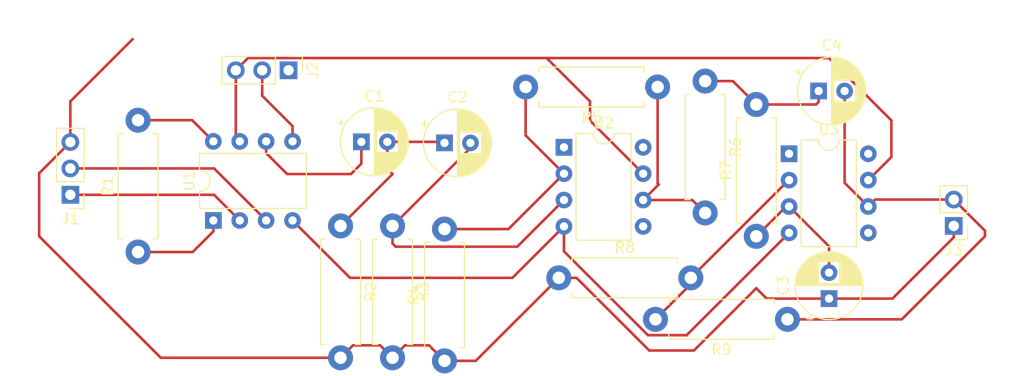
<source format=kicad_pcb>
(kicad_pcb (version 20171130) (host pcbnew 5.1.5-52549c5~84~ubuntu18.04.1)

  (general
    (thickness 1.6)
    (drawings 0)
    (tracks 101)
    (zones 0)
    (modules 19)
    (nets 23)
  )

  (page A4)
  (layers
    (0 F.Cu signal)
    (31 B.Cu signal)
    (32 B.Adhes user)
    (33 F.Adhes user)
    (34 B.Paste user)
    (35 F.Paste user)
    (36 B.SilkS user)
    (37 F.SilkS user)
    (38 B.Mask user)
    (39 F.Mask user)
    (40 Dwgs.User user)
    (41 Cmts.User user)
    (42 Eco1.User user)
    (43 Eco2.User user)
    (44 Edge.Cuts user)
    (45 Margin user)
    (46 B.CrtYd user)
    (47 F.CrtYd user)
    (48 B.Fab user)
    (49 F.Fab user)
  )

  (setup
    (last_trace_width 0.25)
    (trace_clearance 0.2)
    (zone_clearance 0.508)
    (zone_45_only no)
    (trace_min 0.2)
    (via_size 0.8)
    (via_drill 0.4)
    (via_min_size 0.4)
    (via_min_drill 0.3)
    (uvia_size 0.3)
    (uvia_drill 0.1)
    (uvias_allowed no)
    (uvia_min_size 0.2)
    (uvia_min_drill 0.1)
    (edge_width 0.05)
    (segment_width 0.2)
    (pcb_text_width 0.3)
    (pcb_text_size 1.5 1.5)
    (mod_edge_width 0.12)
    (mod_text_size 1 1)
    (mod_text_width 0.15)
    (pad_size 1.524 1.524)
    (pad_drill 0.762)
    (pad_to_mask_clearance 0.051)
    (solder_mask_min_width 0.25)
    (aux_axis_origin 0 0)
    (visible_elements FFFFFF7F)
    (pcbplotparams
      (layerselection 0x010fc_ffffffff)
      (usegerberextensions false)
      (usegerberattributes false)
      (usegerberadvancedattributes false)
      (creategerberjobfile false)
      (excludeedgelayer true)
      (linewidth 0.100000)
      (plotframeref false)
      (viasonmask false)
      (mode 1)
      (useauxorigin false)
      (hpglpennumber 1)
      (hpglpenspeed 20)
      (hpglpendiameter 15.000000)
      (psnegative false)
      (psa4output false)
      (plotreference true)
      (plotvalue true)
      (plotinvisibletext false)
      (padsonsilk false)
      (subtractmaskfromsilk false)
      (outputformat 1)
      (mirror false)
      (drillshape 1)
      (scaleselection 1)
      (outputdirectory ""))
  )

  (net 0 "")
  (net 1 "Net-(C1-Pad2)")
  (net 2 "Net-(C1-Pad1)")
  (net 3 "Net-(C2-Pad2)")
  (net 4 "Net-(C3-Pad2)")
  (net 5 Electrode_GND)
  (net 6 "Net-(C4-Pad2)")
  (net 7 "Net-(C4-Pad1)")
  (net 8 Electrode2)
  (net 9 Electrode1)
  (net 10 +9V)
  (net 11 -9V)
  (net 12 "Net-(R1-Pad2)")
  (net 13 "Net-(R1-Pad1)")
  (net 14 "Net-(R4-Pad2)")
  (net 15 "Net-(R5-Pad1)")
  (net 16 "Net-(R8-Pad2)")
  (net 17 "Net-(U2-Pad8)")
  (net 18 "Net-(U2-Pad5)")
  (net 19 "Net-(U2-Pad1)")
  (net 20 "Net-(U3-Pad8)")
  (net 21 "Net-(U3-Pad5)")
  (net 22 "Net-(U3-Pad1)")

  (net_class Default "This is the default net class."
    (clearance 0.2)
    (trace_width 0.25)
    (via_dia 0.8)
    (via_drill 0.4)
    (uvia_dia 0.3)
    (uvia_drill 0.1)
    (add_net +9V)
    (add_net -9V)
    (add_net Electrode1)
    (add_net Electrode2)
    (add_net Electrode_GND)
    (add_net "Net-(C1-Pad1)")
    (add_net "Net-(C1-Pad2)")
    (add_net "Net-(C2-Pad2)")
    (add_net "Net-(C3-Pad2)")
    (add_net "Net-(C4-Pad1)")
    (add_net "Net-(C4-Pad2)")
    (add_net "Net-(R1-Pad1)")
    (add_net "Net-(R1-Pad2)")
    (add_net "Net-(R4-Pad2)")
    (add_net "Net-(R5-Pad1)")
    (add_net "Net-(R8-Pad2)")
    (add_net "Net-(U2-Pad1)")
    (add_net "Net-(U2-Pad5)")
    (add_net "Net-(U2-Pad8)")
    (add_net "Net-(U3-Pad1)")
    (add_net "Net-(U3-Pad5)")
    (add_net "Net-(U3-Pad8)")
  )

  (module Package_DIP:DIP-8_W7.62mm (layer F.Cu) (tedit 5A02E8C5) (tstamp 5E483498)
    (at 99.15652 81.04632)
    (descr "8-lead though-hole mounted DIP package, row spacing 7.62 mm (300 mils)")
    (tags "THT DIP DIL PDIP 2.54mm 7.62mm 300mil")
    (path /5E47DACF)
    (fp_text reference U3 (at 3.81 -2.33) (layer F.SilkS)
      (effects (font (size 1 1) (thickness 0.15)))
    )
    (fp_text value op37G (at 3.81 9.95) (layer F.Fab)
      (effects (font (size 1 1) (thickness 0.15)))
    )
    (fp_text user %R (at 3.81 3.81) (layer F.Fab)
      (effects (font (size 1 1) (thickness 0.15)))
    )
    (fp_line (start 8.7 -1.55) (end -1.1 -1.55) (layer F.CrtYd) (width 0.05))
    (fp_line (start 8.7 9.15) (end 8.7 -1.55) (layer F.CrtYd) (width 0.05))
    (fp_line (start -1.1 9.15) (end 8.7 9.15) (layer F.CrtYd) (width 0.05))
    (fp_line (start -1.1 -1.55) (end -1.1 9.15) (layer F.CrtYd) (width 0.05))
    (fp_line (start 6.46 -1.33) (end 4.81 -1.33) (layer F.SilkS) (width 0.12))
    (fp_line (start 6.46 8.95) (end 6.46 -1.33) (layer F.SilkS) (width 0.12))
    (fp_line (start 1.16 8.95) (end 6.46 8.95) (layer F.SilkS) (width 0.12))
    (fp_line (start 1.16 -1.33) (end 1.16 8.95) (layer F.SilkS) (width 0.12))
    (fp_line (start 2.81 -1.33) (end 1.16 -1.33) (layer F.SilkS) (width 0.12))
    (fp_line (start 0.635 -0.27) (end 1.635 -1.27) (layer F.Fab) (width 0.1))
    (fp_line (start 0.635 8.89) (end 0.635 -0.27) (layer F.Fab) (width 0.1))
    (fp_line (start 6.985 8.89) (end 0.635 8.89) (layer F.Fab) (width 0.1))
    (fp_line (start 6.985 -1.27) (end 6.985 8.89) (layer F.Fab) (width 0.1))
    (fp_line (start 1.635 -1.27) (end 6.985 -1.27) (layer F.Fab) (width 0.1))
    (fp_arc (start 3.81 -1.33) (end 2.81 -1.33) (angle -180) (layer F.SilkS) (width 0.12))
    (pad 8 thru_hole oval (at 7.62 0) (size 1.6 1.6) (drill 0.8) (layers *.Cu *.Mask)
      (net 20 "Net-(U3-Pad8)"))
    (pad 4 thru_hole oval (at 0 7.62) (size 1.6 1.6) (drill 0.8) (layers *.Cu *.Mask)
      (net 11 -9V))
    (pad 7 thru_hole oval (at 7.62 2.54) (size 1.6 1.6) (drill 0.8) (layers *.Cu *.Mask)
      (net 10 +9V))
    (pad 3 thru_hole oval (at 0 5.08) (size 1.6 1.6) (drill 0.8) (layers *.Cu *.Mask)
      (net 4 "Net-(C3-Pad2)"))
    (pad 6 thru_hole oval (at 7.62 5.08) (size 1.6 1.6) (drill 0.8) (layers *.Cu *.Mask)
      (net 6 "Net-(C4-Pad2)"))
    (pad 2 thru_hole oval (at 0 2.54) (size 1.6 1.6) (drill 0.8) (layers *.Cu *.Mask)
      (net 16 "Net-(R8-Pad2)"))
    (pad 5 thru_hole oval (at 7.62 7.62) (size 1.6 1.6) (drill 0.8) (layers *.Cu *.Mask)
      (net 21 "Net-(U3-Pad5)"))
    (pad 1 thru_hole rect (at 0 0) (size 1.6 1.6) (drill 0.8) (layers *.Cu *.Mask)
      (net 22 "Net-(U3-Pad1)"))
    (model ${KISYS3DMOD}/Package_DIP.3dshapes/DIP-8_W7.62mm.wrl
      (at (xyz 0 0 0))
      (scale (xyz 1 1 1))
      (rotate (xyz 0 0 0))
    )
  )

  (module Package_DIP:DIP-8_W7.62mm (layer F.Cu) (tedit 5A02E8C5) (tstamp 5E48347C)
    (at 77.49286 80.42402)
    (descr "8-lead though-hole mounted DIP package, row spacing 7.62 mm (300 mils)")
    (tags "THT DIP DIL PDIP 2.54mm 7.62mm 300mil")
    (path /5E47D3F8)
    (fp_text reference U2 (at 3.81 -2.33) (layer F.SilkS)
      (effects (font (size 1 1) (thickness 0.15)))
    )
    (fp_text value op37G (at 3.81 9.95) (layer F.Fab)
      (effects (font (size 1 1) (thickness 0.15)))
    )
    (fp_text user %R (at 3.81 3.81) (layer F.Fab)
      (effects (font (size 1 1) (thickness 0.15)))
    )
    (fp_line (start 8.7 -1.55) (end -1.1 -1.55) (layer F.CrtYd) (width 0.05))
    (fp_line (start 8.7 9.15) (end 8.7 -1.55) (layer F.CrtYd) (width 0.05))
    (fp_line (start -1.1 9.15) (end 8.7 9.15) (layer F.CrtYd) (width 0.05))
    (fp_line (start -1.1 -1.55) (end -1.1 9.15) (layer F.CrtYd) (width 0.05))
    (fp_line (start 6.46 -1.33) (end 4.81 -1.33) (layer F.SilkS) (width 0.12))
    (fp_line (start 6.46 8.95) (end 6.46 -1.33) (layer F.SilkS) (width 0.12))
    (fp_line (start 1.16 8.95) (end 6.46 8.95) (layer F.SilkS) (width 0.12))
    (fp_line (start 1.16 -1.33) (end 1.16 8.95) (layer F.SilkS) (width 0.12))
    (fp_line (start 2.81 -1.33) (end 1.16 -1.33) (layer F.SilkS) (width 0.12))
    (fp_line (start 0.635 -0.27) (end 1.635 -1.27) (layer F.Fab) (width 0.1))
    (fp_line (start 0.635 8.89) (end 0.635 -0.27) (layer F.Fab) (width 0.1))
    (fp_line (start 6.985 8.89) (end 0.635 8.89) (layer F.Fab) (width 0.1))
    (fp_line (start 6.985 -1.27) (end 6.985 8.89) (layer F.Fab) (width 0.1))
    (fp_line (start 1.635 -1.27) (end 6.985 -1.27) (layer F.Fab) (width 0.1))
    (fp_arc (start 3.81 -1.33) (end 2.81 -1.33) (angle -180) (layer F.SilkS) (width 0.12))
    (pad 8 thru_hole oval (at 7.62 0) (size 1.6 1.6) (drill 0.8) (layers *.Cu *.Mask)
      (net 17 "Net-(U2-Pad8)"))
    (pad 4 thru_hole oval (at 0 7.62) (size 1.6 1.6) (drill 0.8) (layers *.Cu *.Mask)
      (net 11 -9V))
    (pad 7 thru_hole oval (at 7.62 2.54) (size 1.6 1.6) (drill 0.8) (layers *.Cu *.Mask)
      (net 10 +9V))
    (pad 3 thru_hole oval (at 0 5.08) (size 1.6 1.6) (drill 0.8) (layers *.Cu *.Mask)
      (net 3 "Net-(C2-Pad2)"))
    (pad 6 thru_hole oval (at 7.62 5.08) (size 1.6 1.6) (drill 0.8) (layers *.Cu *.Mask)
      (net 15 "Net-(R5-Pad1)"))
    (pad 2 thru_hole oval (at 0 2.54) (size 1.6 1.6) (drill 0.8) (layers *.Cu *.Mask)
      (net 14 "Net-(R4-Pad2)"))
    (pad 5 thru_hole oval (at 7.62 7.62) (size 1.6 1.6) (drill 0.8) (layers *.Cu *.Mask)
      (net 18 "Net-(U2-Pad5)"))
    (pad 1 thru_hole rect (at 0 0) (size 1.6 1.6) (drill 0.8) (layers *.Cu *.Mask)
      (net 19 "Net-(U2-Pad1)"))
    (model ${KISYS3DMOD}/Package_DIP.3dshapes/DIP-8_W7.62mm.wrl
      (at (xyz 0 0 0))
      (scale (xyz 1 1 1))
      (rotate (xyz 0 0 0))
    )
  )

  (module Package_DIP:DIP-8_W7.62mm (layer F.Cu) (tedit 5A02E8C5) (tstamp 5E483460)
    (at 43.76166 87.47252 90)
    (descr "8-lead though-hole mounted DIP package, row spacing 7.62 mm (300 mils)")
    (tags "THT DIP DIL PDIP 2.54mm 7.62mm 300mil")
    (path /5E47C174)
    (fp_text reference U1 (at 3.81 -2.33 90) (layer F.SilkS)
      (effects (font (size 1 1) (thickness 0.15)))
    )
    (fp_text value AD620 (at 3.81 9.95 90) (layer F.Fab)
      (effects (font (size 1 1) (thickness 0.15)))
    )
    (fp_text user %R (at 3.81 3.81 90) (layer F.Fab)
      (effects (font (size 1 1) (thickness 0.15)))
    )
    (fp_line (start 8.7 -1.55) (end -1.1 -1.55) (layer F.CrtYd) (width 0.05))
    (fp_line (start 8.7 9.15) (end 8.7 -1.55) (layer F.CrtYd) (width 0.05))
    (fp_line (start -1.1 9.15) (end 8.7 9.15) (layer F.CrtYd) (width 0.05))
    (fp_line (start -1.1 -1.55) (end -1.1 9.15) (layer F.CrtYd) (width 0.05))
    (fp_line (start 6.46 -1.33) (end 4.81 -1.33) (layer F.SilkS) (width 0.12))
    (fp_line (start 6.46 8.95) (end 6.46 -1.33) (layer F.SilkS) (width 0.12))
    (fp_line (start 1.16 8.95) (end 6.46 8.95) (layer F.SilkS) (width 0.12))
    (fp_line (start 1.16 -1.33) (end 1.16 8.95) (layer F.SilkS) (width 0.12))
    (fp_line (start 2.81 -1.33) (end 1.16 -1.33) (layer F.SilkS) (width 0.12))
    (fp_line (start 0.635 -0.27) (end 1.635 -1.27) (layer F.Fab) (width 0.1))
    (fp_line (start 0.635 8.89) (end 0.635 -0.27) (layer F.Fab) (width 0.1))
    (fp_line (start 6.985 8.89) (end 0.635 8.89) (layer F.Fab) (width 0.1))
    (fp_line (start 6.985 -1.27) (end 6.985 8.89) (layer F.Fab) (width 0.1))
    (fp_line (start 1.635 -1.27) (end 6.985 -1.27) (layer F.Fab) (width 0.1))
    (fp_arc (start 3.81 -1.33) (end 2.81 -1.33) (angle -180) (layer F.SilkS) (width 0.12))
    (pad 8 thru_hole oval (at 7.62 0 90) (size 1.6 1.6) (drill 0.8) (layers *.Cu *.Mask)
      (net 12 "Net-(R1-Pad2)"))
    (pad 4 thru_hole oval (at 0 7.62 90) (size 1.6 1.6) (drill 0.8) (layers *.Cu *.Mask)
      (net 11 -9V))
    (pad 7 thru_hole oval (at 7.62 2.54 90) (size 1.6 1.6) (drill 0.8) (layers *.Cu *.Mask)
      (net 10 +9V))
    (pad 3 thru_hole oval (at 0 5.08 90) (size 1.6 1.6) (drill 0.8) (layers *.Cu *.Mask)
      (net 8 Electrode2))
    (pad 6 thru_hole oval (at 7.62 5.08 90) (size 1.6 1.6) (drill 0.8) (layers *.Cu *.Mask)
      (net 2 "Net-(C1-Pad1)"))
    (pad 2 thru_hole oval (at 0 2.54 90) (size 1.6 1.6) (drill 0.8) (layers *.Cu *.Mask)
      (net 9 Electrode1))
    (pad 5 thru_hole oval (at 7.62 7.62 90) (size 1.6 1.6) (drill 0.8) (layers *.Cu *.Mask)
      (net 5 Electrode_GND))
    (pad 1 thru_hole rect (at 0 0 90) (size 1.6 1.6) (drill 0.8) (layers *.Cu *.Mask)
      (net 13 "Net-(R1-Pad1)"))
    (model ${KISYS3DMOD}/Package_DIP.3dshapes/DIP-8_W7.62mm.wrl
      (at (xyz 0 0 0))
      (scale (xyz 1 1 1))
      (rotate (xyz 0 0 0))
    )
  )

  (module Resistor_THT:R_Axial_DIN0411_L9.9mm_D3.6mm_P12.70mm_Horizontal (layer F.Cu) (tedit 5AE5139B) (tstamp 5E483444)
    (at 99 97 180)
    (descr "Resistor, Axial_DIN0411 series, Axial, Horizontal, pin pitch=12.7mm, 1W, length*diameter=9.9*3.6mm^2")
    (tags "Resistor Axial_DIN0411 series Axial Horizontal pin pitch 12.7mm 1W length 9.9mm diameter 3.6mm")
    (path /5E496A1B)
    (fp_text reference R9 (at 6.35 -2.92) (layer F.SilkS)
      (effects (font (size 1 1) (thickness 0.15)))
    )
    (fp_text value "5 KOhm" (at 6.35 2.92) (layer F.Fab)
      (effects (font (size 1 1) (thickness 0.15)))
    )
    (fp_text user %R (at 6.35 0) (layer F.Fab)
      (effects (font (size 1 1) (thickness 0.15)))
    )
    (fp_line (start 14.15 -2.05) (end -1.45 -2.05) (layer F.CrtYd) (width 0.05))
    (fp_line (start 14.15 2.05) (end 14.15 -2.05) (layer F.CrtYd) (width 0.05))
    (fp_line (start -1.45 2.05) (end 14.15 2.05) (layer F.CrtYd) (width 0.05))
    (fp_line (start -1.45 -2.05) (end -1.45 2.05) (layer F.CrtYd) (width 0.05))
    (fp_line (start 11.42 1.92) (end 11.42 1.44) (layer F.SilkS) (width 0.12))
    (fp_line (start 1.28 1.92) (end 11.42 1.92) (layer F.SilkS) (width 0.12))
    (fp_line (start 1.28 1.44) (end 1.28 1.92) (layer F.SilkS) (width 0.12))
    (fp_line (start 11.42 -1.92) (end 11.42 -1.44) (layer F.SilkS) (width 0.12))
    (fp_line (start 1.28 -1.92) (end 11.42 -1.92) (layer F.SilkS) (width 0.12))
    (fp_line (start 1.28 -1.44) (end 1.28 -1.92) (layer F.SilkS) (width 0.12))
    (fp_line (start 12.7 0) (end 11.3 0) (layer F.Fab) (width 0.1))
    (fp_line (start 0 0) (end 1.4 0) (layer F.Fab) (width 0.1))
    (fp_line (start 11.3 -1.8) (end 1.4 -1.8) (layer F.Fab) (width 0.1))
    (fp_line (start 11.3 1.8) (end 11.3 -1.8) (layer F.Fab) (width 0.1))
    (fp_line (start 1.4 1.8) (end 11.3 1.8) (layer F.Fab) (width 0.1))
    (fp_line (start 1.4 -1.8) (end 1.4 1.8) (layer F.Fab) (width 0.1))
    (pad 2 thru_hole oval (at 12.7 0 180) (size 2.4 2.4) (drill 1.2) (layers *.Cu *.Mask)
      (net 16 "Net-(R8-Pad2)"))
    (pad 1 thru_hole circle (at 0 0 180) (size 2.4 2.4) (drill 1.2) (layers *.Cu *.Mask)
      (net 6 "Net-(C4-Pad2)"))
    (model ${KISYS3DMOD}/Resistor_THT.3dshapes/R_Axial_DIN0411_L9.9mm_D3.6mm_P12.70mm_Horizontal.wrl
      (at (xyz 0 0 0))
      (scale (xyz 1 1 1))
      (rotate (xyz 0 0 0))
    )
  )

  (module Resistor_THT:R_Axial_DIN0411_L9.9mm_D3.6mm_P12.70mm_Horizontal (layer F.Cu) (tedit 5AE5139B) (tstamp 5E48342D)
    (at 77 93)
    (descr "Resistor, Axial_DIN0411 series, Axial, Horizontal, pin pitch=12.7mm, 1W, length*diameter=9.9*3.6mm^2")
    (tags "Resistor Axial_DIN0411 series Axial Horizontal pin pitch 12.7mm 1W length 9.9mm diameter 3.6mm")
    (path /5E496E2C)
    (fp_text reference R8 (at 6.35 -2.92) (layer F.SilkS)
      (effects (font (size 1 1) (thickness 0.15)))
    )
    (fp_text value "10 KOhm" (at 6.35 2.92) (layer F.Fab)
      (effects (font (size 1 1) (thickness 0.15)))
    )
    (fp_text user %R (at 6.35 0) (layer F.Fab)
      (effects (font (size 1 1) (thickness 0.15)))
    )
    (fp_line (start 14.15 -2.05) (end -1.45 -2.05) (layer F.CrtYd) (width 0.05))
    (fp_line (start 14.15 2.05) (end 14.15 -2.05) (layer F.CrtYd) (width 0.05))
    (fp_line (start -1.45 2.05) (end 14.15 2.05) (layer F.CrtYd) (width 0.05))
    (fp_line (start -1.45 -2.05) (end -1.45 2.05) (layer F.CrtYd) (width 0.05))
    (fp_line (start 11.42 1.92) (end 11.42 1.44) (layer F.SilkS) (width 0.12))
    (fp_line (start 1.28 1.92) (end 11.42 1.92) (layer F.SilkS) (width 0.12))
    (fp_line (start 1.28 1.44) (end 1.28 1.92) (layer F.SilkS) (width 0.12))
    (fp_line (start 11.42 -1.92) (end 11.42 -1.44) (layer F.SilkS) (width 0.12))
    (fp_line (start 1.28 -1.92) (end 11.42 -1.92) (layer F.SilkS) (width 0.12))
    (fp_line (start 1.28 -1.44) (end 1.28 -1.92) (layer F.SilkS) (width 0.12))
    (fp_line (start 12.7 0) (end 11.3 0) (layer F.Fab) (width 0.1))
    (fp_line (start 0 0) (end 1.4 0) (layer F.Fab) (width 0.1))
    (fp_line (start 11.3 -1.8) (end 1.4 -1.8) (layer F.Fab) (width 0.1))
    (fp_line (start 11.3 1.8) (end 11.3 -1.8) (layer F.Fab) (width 0.1))
    (fp_line (start 1.4 1.8) (end 11.3 1.8) (layer F.Fab) (width 0.1))
    (fp_line (start 1.4 -1.8) (end 1.4 1.8) (layer F.Fab) (width 0.1))
    (pad 2 thru_hole oval (at 12.7 0) (size 2.4 2.4) (drill 1.2) (layers *.Cu *.Mask)
      (net 16 "Net-(R8-Pad2)"))
    (pad 1 thru_hole circle (at 0 0) (size 2.4 2.4) (drill 1.2) (layers *.Cu *.Mask)
      (net 5 Electrode_GND))
    (model ${KISYS3DMOD}/Resistor_THT.3dshapes/R_Axial_DIN0411_L9.9mm_D3.6mm_P12.70mm_Horizontal.wrl
      (at (xyz 0 0 0))
      (scale (xyz 1 1 1))
      (rotate (xyz 0 0 0))
    )
  )

  (module Resistor_THT:R_Axial_DIN0411_L9.9mm_D3.6mm_P12.70mm_Horizontal (layer F.Cu) (tedit 5AE5139B) (tstamp 5E483416)
    (at 96 89 90)
    (descr "Resistor, Axial_DIN0411 series, Axial, Horizontal, pin pitch=12.7mm, 1W, length*diameter=9.9*3.6mm^2")
    (tags "Resistor Axial_DIN0411 series Axial Horizontal pin pitch 12.7mm 1W length 9.9mm diameter 3.6mm")
    (path /5E49B342)
    (fp_text reference R7 (at 6.35 -2.92 90) (layer F.SilkS)
      (effects (font (size 1 1) (thickness 0.15)))
    )
    (fp_text value "16 KOhm" (at 6.35 2.92 90) (layer F.Fab)
      (effects (font (size 1 1) (thickness 0.15)))
    )
    (fp_text user %R (at 6.35 0 90) (layer F.Fab)
      (effects (font (size 1 1) (thickness 0.15)))
    )
    (fp_line (start 14.15 -2.05) (end -1.45 -2.05) (layer F.CrtYd) (width 0.05))
    (fp_line (start 14.15 2.05) (end 14.15 -2.05) (layer F.CrtYd) (width 0.05))
    (fp_line (start -1.45 2.05) (end 14.15 2.05) (layer F.CrtYd) (width 0.05))
    (fp_line (start -1.45 -2.05) (end -1.45 2.05) (layer F.CrtYd) (width 0.05))
    (fp_line (start 11.42 1.92) (end 11.42 1.44) (layer F.SilkS) (width 0.12))
    (fp_line (start 1.28 1.92) (end 11.42 1.92) (layer F.SilkS) (width 0.12))
    (fp_line (start 1.28 1.44) (end 1.28 1.92) (layer F.SilkS) (width 0.12))
    (fp_line (start 11.42 -1.92) (end 11.42 -1.44) (layer F.SilkS) (width 0.12))
    (fp_line (start 1.28 -1.92) (end 11.42 -1.92) (layer F.SilkS) (width 0.12))
    (fp_line (start 1.28 -1.44) (end 1.28 -1.92) (layer F.SilkS) (width 0.12))
    (fp_line (start 12.7 0) (end 11.3 0) (layer F.Fab) (width 0.1))
    (fp_line (start 0 0) (end 1.4 0) (layer F.Fab) (width 0.1))
    (fp_line (start 11.3 -1.8) (end 1.4 -1.8) (layer F.Fab) (width 0.1))
    (fp_line (start 11.3 1.8) (end 11.3 -1.8) (layer F.Fab) (width 0.1))
    (fp_line (start 1.4 1.8) (end 11.3 1.8) (layer F.Fab) (width 0.1))
    (fp_line (start 1.4 -1.8) (end 1.4 1.8) (layer F.Fab) (width 0.1))
    (pad 2 thru_hole oval (at 12.7 0 90) (size 2.4 2.4) (drill 1.2) (layers *.Cu *.Mask)
      (net 7 "Net-(C4-Pad1)"))
    (pad 1 thru_hole circle (at 0 0 90) (size 2.4 2.4) (drill 1.2) (layers *.Cu *.Mask)
      (net 4 "Net-(C3-Pad2)"))
    (model ${KISYS3DMOD}/Resistor_THT.3dshapes/R_Axial_DIN0411_L9.9mm_D3.6mm_P12.70mm_Horizontal.wrl
      (at (xyz 0 0 0))
      (scale (xyz 1 1 1))
      (rotate (xyz 0 0 0))
    )
  )

  (module Resistor_THT:R_Axial_DIN0411_L9.9mm_D3.6mm_P12.70mm_Horizontal (layer F.Cu) (tedit 5AE5139B) (tstamp 5E4833FF)
    (at 91.07932 74.04608 270)
    (descr "Resistor, Axial_DIN0411 series, Axial, Horizontal, pin pitch=12.7mm, 1W, length*diameter=9.9*3.6mm^2")
    (tags "Resistor Axial_DIN0411 series Axial Horizontal pin pitch 12.7mm 1W length 9.9mm diameter 3.6mm")
    (path /5E49B704)
    (fp_text reference R6 (at 6.35 -2.92 90) (layer F.SilkS)
      (effects (font (size 1 1) (thickness 0.15)))
    )
    (fp_text value "16 KOhm" (at 6.35 2.92 90) (layer F.Fab)
      (effects (font (size 1 1) (thickness 0.15)))
    )
    (fp_text user %R (at 6.35 0 90) (layer F.Fab)
      (effects (font (size 1 1) (thickness 0.15)))
    )
    (fp_line (start 14.15 -2.05) (end -1.45 -2.05) (layer F.CrtYd) (width 0.05))
    (fp_line (start 14.15 2.05) (end 14.15 -2.05) (layer F.CrtYd) (width 0.05))
    (fp_line (start -1.45 2.05) (end 14.15 2.05) (layer F.CrtYd) (width 0.05))
    (fp_line (start -1.45 -2.05) (end -1.45 2.05) (layer F.CrtYd) (width 0.05))
    (fp_line (start 11.42 1.92) (end 11.42 1.44) (layer F.SilkS) (width 0.12))
    (fp_line (start 1.28 1.92) (end 11.42 1.92) (layer F.SilkS) (width 0.12))
    (fp_line (start 1.28 1.44) (end 1.28 1.92) (layer F.SilkS) (width 0.12))
    (fp_line (start 11.42 -1.92) (end 11.42 -1.44) (layer F.SilkS) (width 0.12))
    (fp_line (start 1.28 -1.92) (end 11.42 -1.92) (layer F.SilkS) (width 0.12))
    (fp_line (start 1.28 -1.44) (end 1.28 -1.92) (layer F.SilkS) (width 0.12))
    (fp_line (start 12.7 0) (end 11.3 0) (layer F.Fab) (width 0.1))
    (fp_line (start 0 0) (end 1.4 0) (layer F.Fab) (width 0.1))
    (fp_line (start 11.3 -1.8) (end 1.4 -1.8) (layer F.Fab) (width 0.1))
    (fp_line (start 11.3 1.8) (end 11.3 -1.8) (layer F.Fab) (width 0.1))
    (fp_line (start 1.4 1.8) (end 11.3 1.8) (layer F.Fab) (width 0.1))
    (fp_line (start 1.4 -1.8) (end 1.4 1.8) (layer F.Fab) (width 0.1))
    (pad 2 thru_hole oval (at 12.7 0 270) (size 2.4 2.4) (drill 1.2) (layers *.Cu *.Mask)
      (net 15 "Net-(R5-Pad1)"))
    (pad 1 thru_hole circle (at 0 0 270) (size 2.4 2.4) (drill 1.2) (layers *.Cu *.Mask)
      (net 7 "Net-(C4-Pad1)"))
    (model ${KISYS3DMOD}/Resistor_THT.3dshapes/R_Axial_DIN0411_L9.9mm_D3.6mm_P12.70mm_Horizontal.wrl
      (at (xyz 0 0 0))
      (scale (xyz 1 1 1))
      (rotate (xyz 0 0 0))
    )
  )

  (module Resistor_THT:R_Axial_DIN0411_L9.9mm_D3.6mm_P12.70mm_Horizontal (layer F.Cu) (tedit 5AE5139B) (tstamp 5E4833E8)
    (at 86.50732 74.6125 180)
    (descr "Resistor, Axial_DIN0411 series, Axial, Horizontal, pin pitch=12.7mm, 1W, length*diameter=9.9*3.6mm^2")
    (tags "Resistor Axial_DIN0411 series Axial Horizontal pin pitch 12.7mm 1W length 9.9mm diameter 3.6mm")
    (path /5E491B38)
    (fp_text reference R5 (at 6.35 -2.92) (layer F.SilkS)
      (effects (font (size 1 1) (thickness 0.15)))
    )
    (fp_text value "3.3 KOhm" (at 6.35 2.92) (layer F.Fab)
      (effects (font (size 1 1) (thickness 0.15)))
    )
    (fp_text user %R (at 6.35 0) (layer F.Fab)
      (effects (font (size 1 1) (thickness 0.15)))
    )
    (fp_line (start 14.15 -2.05) (end -1.45 -2.05) (layer F.CrtYd) (width 0.05))
    (fp_line (start 14.15 2.05) (end 14.15 -2.05) (layer F.CrtYd) (width 0.05))
    (fp_line (start -1.45 2.05) (end 14.15 2.05) (layer F.CrtYd) (width 0.05))
    (fp_line (start -1.45 -2.05) (end -1.45 2.05) (layer F.CrtYd) (width 0.05))
    (fp_line (start 11.42 1.92) (end 11.42 1.44) (layer F.SilkS) (width 0.12))
    (fp_line (start 1.28 1.92) (end 11.42 1.92) (layer F.SilkS) (width 0.12))
    (fp_line (start 1.28 1.44) (end 1.28 1.92) (layer F.SilkS) (width 0.12))
    (fp_line (start 11.42 -1.92) (end 11.42 -1.44) (layer F.SilkS) (width 0.12))
    (fp_line (start 1.28 -1.92) (end 11.42 -1.92) (layer F.SilkS) (width 0.12))
    (fp_line (start 1.28 -1.44) (end 1.28 -1.92) (layer F.SilkS) (width 0.12))
    (fp_line (start 12.7 0) (end 11.3 0) (layer F.Fab) (width 0.1))
    (fp_line (start 0 0) (end 1.4 0) (layer F.Fab) (width 0.1))
    (fp_line (start 11.3 -1.8) (end 1.4 -1.8) (layer F.Fab) (width 0.1))
    (fp_line (start 11.3 1.8) (end 11.3 -1.8) (layer F.Fab) (width 0.1))
    (fp_line (start 1.4 1.8) (end 11.3 1.8) (layer F.Fab) (width 0.1))
    (fp_line (start 1.4 -1.8) (end 1.4 1.8) (layer F.Fab) (width 0.1))
    (pad 2 thru_hole oval (at 12.7 0 180) (size 2.4 2.4) (drill 1.2) (layers *.Cu *.Mask)
      (net 14 "Net-(R4-Pad2)"))
    (pad 1 thru_hole circle (at 0 0 180) (size 2.4 2.4) (drill 1.2) (layers *.Cu *.Mask)
      (net 15 "Net-(R5-Pad1)"))
    (model ${KISYS3DMOD}/Resistor_THT.3dshapes/R_Axial_DIN0411_L9.9mm_D3.6mm_P12.70mm_Horizontal.wrl
      (at (xyz 0 0 0))
      (scale (xyz 1 1 1))
      (rotate (xyz 0 0 0))
    )
  )

  (module Resistor_THT:R_Axial_DIN0411_L9.9mm_D3.6mm_P12.70mm_Horizontal (layer F.Cu) (tedit 5AE5139B) (tstamp 5E4833D1)
    (at 66 101 90)
    (descr "Resistor, Axial_DIN0411 series, Axial, Horizontal, pin pitch=12.7mm, 1W, length*diameter=9.9*3.6mm^2")
    (tags "Resistor Axial_DIN0411 series Axial Horizontal pin pitch 12.7mm 1W length 9.9mm diameter 3.6mm")
    (path /5E491800)
    (fp_text reference R4 (at 6.35 -2.92 90) (layer F.SilkS)
      (effects (font (size 1 1) (thickness 0.15)))
    )
    (fp_text value "1 KOhm" (at 6.35 2.92 90) (layer F.Fab)
      (effects (font (size 1 1) (thickness 0.15)))
    )
    (fp_text user %R (at 6.35 0 90) (layer F.Fab)
      (effects (font (size 1 1) (thickness 0.15)))
    )
    (fp_line (start 14.15 -2.05) (end -1.45 -2.05) (layer F.CrtYd) (width 0.05))
    (fp_line (start 14.15 2.05) (end 14.15 -2.05) (layer F.CrtYd) (width 0.05))
    (fp_line (start -1.45 2.05) (end 14.15 2.05) (layer F.CrtYd) (width 0.05))
    (fp_line (start -1.45 -2.05) (end -1.45 2.05) (layer F.CrtYd) (width 0.05))
    (fp_line (start 11.42 1.92) (end 11.42 1.44) (layer F.SilkS) (width 0.12))
    (fp_line (start 1.28 1.92) (end 11.42 1.92) (layer F.SilkS) (width 0.12))
    (fp_line (start 1.28 1.44) (end 1.28 1.92) (layer F.SilkS) (width 0.12))
    (fp_line (start 11.42 -1.92) (end 11.42 -1.44) (layer F.SilkS) (width 0.12))
    (fp_line (start 1.28 -1.92) (end 11.42 -1.92) (layer F.SilkS) (width 0.12))
    (fp_line (start 1.28 -1.44) (end 1.28 -1.92) (layer F.SilkS) (width 0.12))
    (fp_line (start 12.7 0) (end 11.3 0) (layer F.Fab) (width 0.1))
    (fp_line (start 0 0) (end 1.4 0) (layer F.Fab) (width 0.1))
    (fp_line (start 11.3 -1.8) (end 1.4 -1.8) (layer F.Fab) (width 0.1))
    (fp_line (start 11.3 1.8) (end 11.3 -1.8) (layer F.Fab) (width 0.1))
    (fp_line (start 1.4 1.8) (end 11.3 1.8) (layer F.Fab) (width 0.1))
    (fp_line (start 1.4 -1.8) (end 1.4 1.8) (layer F.Fab) (width 0.1))
    (pad 2 thru_hole oval (at 12.7 0 90) (size 2.4 2.4) (drill 1.2) (layers *.Cu *.Mask)
      (net 14 "Net-(R4-Pad2)"))
    (pad 1 thru_hole circle (at 0 0 90) (size 2.4 2.4) (drill 1.2) (layers *.Cu *.Mask)
      (net 5 Electrode_GND))
    (model ${KISYS3DMOD}/Resistor_THT.3dshapes/R_Axial_DIN0411_L9.9mm_D3.6mm_P12.70mm_Horizontal.wrl
      (at (xyz 0 0 0))
      (scale (xyz 1 1 1))
      (rotate (xyz 0 0 0))
    )
  )

  (module Resistor_THT:R_Axial_DIN0411_L9.9mm_D3.6mm_P12.70mm_Horizontal (layer F.Cu) (tedit 5AE5139B) (tstamp 5E4833BA)
    (at 61 88 270)
    (descr "Resistor, Axial_DIN0411 series, Axial, Horizontal, pin pitch=12.7mm, 1W, length*diameter=9.9*3.6mm^2")
    (tags "Resistor Axial_DIN0411 series Axial Horizontal pin pitch 12.7mm 1W length 9.9mm diameter 3.6mm")
    (path /5E49138A)
    (fp_text reference R3 (at 6.35 -2.92 90) (layer F.SilkS)
      (effects (font (size 1 1) (thickness 0.15)))
    )
    (fp_text value "1.5 MOhm" (at 6.35 2.92 90) (layer F.Fab)
      (effects (font (size 1 1) (thickness 0.15)))
    )
    (fp_text user %R (at 6.35 0 90) (layer F.Fab)
      (effects (font (size 1 1) (thickness 0.15)))
    )
    (fp_line (start 14.15 -2.05) (end -1.45 -2.05) (layer F.CrtYd) (width 0.05))
    (fp_line (start 14.15 2.05) (end 14.15 -2.05) (layer F.CrtYd) (width 0.05))
    (fp_line (start -1.45 2.05) (end 14.15 2.05) (layer F.CrtYd) (width 0.05))
    (fp_line (start -1.45 -2.05) (end -1.45 2.05) (layer F.CrtYd) (width 0.05))
    (fp_line (start 11.42 1.92) (end 11.42 1.44) (layer F.SilkS) (width 0.12))
    (fp_line (start 1.28 1.92) (end 11.42 1.92) (layer F.SilkS) (width 0.12))
    (fp_line (start 1.28 1.44) (end 1.28 1.92) (layer F.SilkS) (width 0.12))
    (fp_line (start 11.42 -1.92) (end 11.42 -1.44) (layer F.SilkS) (width 0.12))
    (fp_line (start 1.28 -1.92) (end 11.42 -1.92) (layer F.SilkS) (width 0.12))
    (fp_line (start 1.28 -1.44) (end 1.28 -1.92) (layer F.SilkS) (width 0.12))
    (fp_line (start 12.7 0) (end 11.3 0) (layer F.Fab) (width 0.1))
    (fp_line (start 0 0) (end 1.4 0) (layer F.Fab) (width 0.1))
    (fp_line (start 11.3 -1.8) (end 1.4 -1.8) (layer F.Fab) (width 0.1))
    (fp_line (start 11.3 1.8) (end 11.3 -1.8) (layer F.Fab) (width 0.1))
    (fp_line (start 1.4 1.8) (end 11.3 1.8) (layer F.Fab) (width 0.1))
    (fp_line (start 1.4 -1.8) (end 1.4 1.8) (layer F.Fab) (width 0.1))
    (pad 2 thru_hole oval (at 12.7 0 270) (size 2.4 2.4) (drill 1.2) (layers *.Cu *.Mask)
      (net 5 Electrode_GND))
    (pad 1 thru_hole circle (at 0 0 270) (size 2.4 2.4) (drill 1.2) (layers *.Cu *.Mask)
      (net 3 "Net-(C2-Pad2)"))
    (model ${KISYS3DMOD}/Resistor_THT.3dshapes/R_Axial_DIN0411_L9.9mm_D3.6mm_P12.70mm_Horizontal.wrl
      (at (xyz 0 0 0))
      (scale (xyz 1 1 1))
      (rotate (xyz 0 0 0))
    )
  )

  (module Resistor_THT:R_Axial_DIN0411_L9.9mm_D3.6mm_P12.70mm_Horizontal (layer F.Cu) (tedit 5AE5139B) (tstamp 5E4833A3)
    (at 56 88 270)
    (descr "Resistor, Axial_DIN0411 series, Axial, Horizontal, pin pitch=12.7mm, 1W, length*diameter=9.9*3.6mm^2")
    (tags "Resistor Axial_DIN0411 series Axial Horizontal pin pitch 12.7mm 1W length 9.9mm diameter 3.6mm")
    (path /5E490CED)
    (fp_text reference R2 (at 6.35 -2.92 90) (layer F.SilkS)
      (effects (font (size 1 1) (thickness 0.15)))
    )
    (fp_text value "1.5 MOhm" (at 6.35 2.92 90) (layer F.Fab)
      (effects (font (size 1 1) (thickness 0.15)))
    )
    (fp_text user %R (at 6.35 0 90) (layer F.Fab)
      (effects (font (size 1 1) (thickness 0.15)))
    )
    (fp_line (start 14.15 -2.05) (end -1.45 -2.05) (layer F.CrtYd) (width 0.05))
    (fp_line (start 14.15 2.05) (end 14.15 -2.05) (layer F.CrtYd) (width 0.05))
    (fp_line (start -1.45 2.05) (end 14.15 2.05) (layer F.CrtYd) (width 0.05))
    (fp_line (start -1.45 -2.05) (end -1.45 2.05) (layer F.CrtYd) (width 0.05))
    (fp_line (start 11.42 1.92) (end 11.42 1.44) (layer F.SilkS) (width 0.12))
    (fp_line (start 1.28 1.92) (end 11.42 1.92) (layer F.SilkS) (width 0.12))
    (fp_line (start 1.28 1.44) (end 1.28 1.92) (layer F.SilkS) (width 0.12))
    (fp_line (start 11.42 -1.92) (end 11.42 -1.44) (layer F.SilkS) (width 0.12))
    (fp_line (start 1.28 -1.92) (end 11.42 -1.92) (layer F.SilkS) (width 0.12))
    (fp_line (start 1.28 -1.44) (end 1.28 -1.92) (layer F.SilkS) (width 0.12))
    (fp_line (start 12.7 0) (end 11.3 0) (layer F.Fab) (width 0.1))
    (fp_line (start 0 0) (end 1.4 0) (layer F.Fab) (width 0.1))
    (fp_line (start 11.3 -1.8) (end 1.4 -1.8) (layer F.Fab) (width 0.1))
    (fp_line (start 11.3 1.8) (end 11.3 -1.8) (layer F.Fab) (width 0.1))
    (fp_line (start 1.4 1.8) (end 11.3 1.8) (layer F.Fab) (width 0.1))
    (fp_line (start 1.4 -1.8) (end 1.4 1.8) (layer F.Fab) (width 0.1))
    (pad 2 thru_hole oval (at 12.7 0 270) (size 2.4 2.4) (drill 1.2) (layers *.Cu *.Mask)
      (net 5 Electrode_GND))
    (pad 1 thru_hole circle (at 0 0 270) (size 2.4 2.4) (drill 1.2) (layers *.Cu *.Mask)
      (net 1 "Net-(C1-Pad2)"))
    (model ${KISYS3DMOD}/Resistor_THT.3dshapes/R_Axial_DIN0411_L9.9mm_D3.6mm_P12.70mm_Horizontal.wrl
      (at (xyz 0 0 0))
      (scale (xyz 1 1 1))
      (rotate (xyz 0 0 0))
    )
  )

  (module Resistor_THT:R_Axial_DIN0411_L9.9mm_D3.6mm_P12.70mm_Horizontal (layer F.Cu) (tedit 5AE5139B) (tstamp 5E48338C)
    (at 36.51504 90.5129 90)
    (descr "Resistor, Axial_DIN0411 series, Axial, Horizontal, pin pitch=12.7mm, 1W, length*diameter=9.9*3.6mm^2")
    (tags "Resistor Axial_DIN0411 series Axial Horizontal pin pitch 12.7mm 1W length 9.9mm diameter 3.6mm")
    (path /5E47E754)
    (fp_text reference R1 (at 6.35 -2.92 90) (layer F.SilkS)
      (effects (font (size 1 1) (thickness 0.15)))
    )
    (fp_text value "100 Ohm" (at 6.35 2.92 90) (layer F.Fab)
      (effects (font (size 1 1) (thickness 0.15)))
    )
    (fp_text user %R (at 6.35 0 90) (layer F.Fab)
      (effects (font (size 1 1) (thickness 0.15)))
    )
    (fp_line (start 14.15 -2.05) (end -1.45 -2.05) (layer F.CrtYd) (width 0.05))
    (fp_line (start 14.15 2.05) (end 14.15 -2.05) (layer F.CrtYd) (width 0.05))
    (fp_line (start -1.45 2.05) (end 14.15 2.05) (layer F.CrtYd) (width 0.05))
    (fp_line (start -1.45 -2.05) (end -1.45 2.05) (layer F.CrtYd) (width 0.05))
    (fp_line (start 11.42 1.92) (end 11.42 1.44) (layer F.SilkS) (width 0.12))
    (fp_line (start 1.28 1.92) (end 11.42 1.92) (layer F.SilkS) (width 0.12))
    (fp_line (start 1.28 1.44) (end 1.28 1.92) (layer F.SilkS) (width 0.12))
    (fp_line (start 11.42 -1.92) (end 11.42 -1.44) (layer F.SilkS) (width 0.12))
    (fp_line (start 1.28 -1.92) (end 11.42 -1.92) (layer F.SilkS) (width 0.12))
    (fp_line (start 1.28 -1.44) (end 1.28 -1.92) (layer F.SilkS) (width 0.12))
    (fp_line (start 12.7 0) (end 11.3 0) (layer F.Fab) (width 0.1))
    (fp_line (start 0 0) (end 1.4 0) (layer F.Fab) (width 0.1))
    (fp_line (start 11.3 -1.8) (end 1.4 -1.8) (layer F.Fab) (width 0.1))
    (fp_line (start 11.3 1.8) (end 11.3 -1.8) (layer F.Fab) (width 0.1))
    (fp_line (start 1.4 1.8) (end 11.3 1.8) (layer F.Fab) (width 0.1))
    (fp_line (start 1.4 -1.8) (end 1.4 1.8) (layer F.Fab) (width 0.1))
    (pad 2 thru_hole oval (at 12.7 0 90) (size 2.4 2.4) (drill 1.2) (layers *.Cu *.Mask)
      (net 12 "Net-(R1-Pad2)"))
    (pad 1 thru_hole circle (at 0 0 90) (size 2.4 2.4) (drill 1.2) (layers *.Cu *.Mask)
      (net 13 "Net-(R1-Pad1)"))
    (model ${KISYS3DMOD}/Resistor_THT.3dshapes/R_Axial_DIN0411_L9.9mm_D3.6mm_P12.70mm_Horizontal.wrl
      (at (xyz 0 0 0))
      (scale (xyz 1 1 1))
      (rotate (xyz 0 0 0))
    )
  )

  (module Connector_PinHeader_2.54mm:PinHeader_1x02_P2.54mm_Vertical (layer F.Cu) (tedit 59FED5CC) (tstamp 5E483375)
    (at 115 88 180)
    (descr "Through hole straight pin header, 1x02, 2.54mm pitch, single row")
    (tags "Through hole pin header THT 1x02 2.54mm single row")
    (path /5E4DB68D)
    (fp_text reference J3 (at 0 -2.33) (layer F.SilkS)
      (effects (font (size 1 1) (thickness 0.15)))
    )
    (fp_text value Conn_01x02_Male (at 0 4.87) (layer F.Fab)
      (effects (font (size 1 1) (thickness 0.15)))
    )
    (fp_text user %R (at 0 1.27 90) (layer F.Fab)
      (effects (font (size 1 1) (thickness 0.15)))
    )
    (fp_line (start 1.8 -1.8) (end -1.8 -1.8) (layer F.CrtYd) (width 0.05))
    (fp_line (start 1.8 4.35) (end 1.8 -1.8) (layer F.CrtYd) (width 0.05))
    (fp_line (start -1.8 4.35) (end 1.8 4.35) (layer F.CrtYd) (width 0.05))
    (fp_line (start -1.8 -1.8) (end -1.8 4.35) (layer F.CrtYd) (width 0.05))
    (fp_line (start -1.33 -1.33) (end 0 -1.33) (layer F.SilkS) (width 0.12))
    (fp_line (start -1.33 0) (end -1.33 -1.33) (layer F.SilkS) (width 0.12))
    (fp_line (start -1.33 1.27) (end 1.33 1.27) (layer F.SilkS) (width 0.12))
    (fp_line (start 1.33 1.27) (end 1.33 3.87) (layer F.SilkS) (width 0.12))
    (fp_line (start -1.33 1.27) (end -1.33 3.87) (layer F.SilkS) (width 0.12))
    (fp_line (start -1.33 3.87) (end 1.33 3.87) (layer F.SilkS) (width 0.12))
    (fp_line (start -1.27 -0.635) (end -0.635 -1.27) (layer F.Fab) (width 0.1))
    (fp_line (start -1.27 3.81) (end -1.27 -0.635) (layer F.Fab) (width 0.1))
    (fp_line (start 1.27 3.81) (end -1.27 3.81) (layer F.Fab) (width 0.1))
    (fp_line (start 1.27 -1.27) (end 1.27 3.81) (layer F.Fab) (width 0.1))
    (fp_line (start -0.635 -1.27) (end 1.27 -1.27) (layer F.Fab) (width 0.1))
    (pad 2 thru_hole oval (at 0 2.54 180) (size 1.7 1.7) (drill 1) (layers *.Cu *.Mask)
      (net 6 "Net-(C4-Pad2)"))
    (pad 1 thru_hole rect (at 0 0 180) (size 1.7 1.7) (drill 1) (layers *.Cu *.Mask)
      (net 5 Electrode_GND))
    (model ${KISYS3DMOD}/Connector_PinHeader_2.54mm.3dshapes/PinHeader_1x02_P2.54mm_Vertical.wrl
      (at (xyz 0 0 0))
      (scale (xyz 1 1 1))
      (rotate (xyz 0 0 0))
    )
  )

  (module Connector_PinHeader_2.54mm:PinHeader_1x03_P2.54mm_Vertical (layer F.Cu) (tedit 59FED5CC) (tstamp 5E48335F)
    (at 51 73 270)
    (descr "Through hole straight pin header, 1x03, 2.54mm pitch, single row")
    (tags "Through hole pin header THT 1x03 2.54mm single row")
    (path /5E47FB19)
    (fp_text reference J2 (at 0 -2.33 90) (layer F.SilkS)
      (effects (font (size 1 1) (thickness 0.15)))
    )
    (fp_text value Conn_01x03_Male (at 0 7.41 90) (layer F.Fab)
      (effects (font (size 1 1) (thickness 0.15)))
    )
    (fp_text user %R (at 0 2.54) (layer F.Fab)
      (effects (font (size 1 1) (thickness 0.15)))
    )
    (fp_line (start 1.8 -1.8) (end -1.8 -1.8) (layer F.CrtYd) (width 0.05))
    (fp_line (start 1.8 6.85) (end 1.8 -1.8) (layer F.CrtYd) (width 0.05))
    (fp_line (start -1.8 6.85) (end 1.8 6.85) (layer F.CrtYd) (width 0.05))
    (fp_line (start -1.8 -1.8) (end -1.8 6.85) (layer F.CrtYd) (width 0.05))
    (fp_line (start -1.33 -1.33) (end 0 -1.33) (layer F.SilkS) (width 0.12))
    (fp_line (start -1.33 0) (end -1.33 -1.33) (layer F.SilkS) (width 0.12))
    (fp_line (start -1.33 1.27) (end 1.33 1.27) (layer F.SilkS) (width 0.12))
    (fp_line (start 1.33 1.27) (end 1.33 6.41) (layer F.SilkS) (width 0.12))
    (fp_line (start -1.33 1.27) (end -1.33 6.41) (layer F.SilkS) (width 0.12))
    (fp_line (start -1.33 6.41) (end 1.33 6.41) (layer F.SilkS) (width 0.12))
    (fp_line (start -1.27 -0.635) (end -0.635 -1.27) (layer F.Fab) (width 0.1))
    (fp_line (start -1.27 6.35) (end -1.27 -0.635) (layer F.Fab) (width 0.1))
    (fp_line (start 1.27 6.35) (end -1.27 6.35) (layer F.Fab) (width 0.1))
    (fp_line (start 1.27 -1.27) (end 1.27 6.35) (layer F.Fab) (width 0.1))
    (fp_line (start -0.635 -1.27) (end 1.27 -1.27) (layer F.Fab) (width 0.1))
    (pad 3 thru_hole oval (at 0 5.08 270) (size 1.7 1.7) (drill 1) (layers *.Cu *.Mask)
      (net 10 +9V))
    (pad 2 thru_hole oval (at 0 2.54 270) (size 1.7 1.7) (drill 1) (layers *.Cu *.Mask)
      (net 5 Electrode_GND))
    (pad 1 thru_hole rect (at 0 0 270) (size 1.7 1.7) (drill 1) (layers *.Cu *.Mask)
      (net 11 -9V))
    (model ${KISYS3DMOD}/Connector_PinHeader_2.54mm.3dshapes/PinHeader_1x03_P2.54mm_Vertical.wrl
      (at (xyz 0 0 0))
      (scale (xyz 1 1 1))
      (rotate (xyz 0 0 0))
    )
  )

  (module Connector_PinHeader_2.54mm:PinHeader_1x03_P2.54mm_Vertical (layer F.Cu) (tedit 59FED5CC) (tstamp 5E483348)
    (at 30 85 180)
    (descr "Through hole straight pin header, 1x03, 2.54mm pitch, single row")
    (tags "Through hole pin header THT 1x03 2.54mm single row")
    (path /5E485FB5)
    (fp_text reference J1 (at 0 -2.33) (layer F.SilkS)
      (effects (font (size 1 1) (thickness 0.15)))
    )
    (fp_text value Conn_01x03_Male (at 0 7.41) (layer F.Fab)
      (effects (font (size 1 1) (thickness 0.15)))
    )
    (fp_text user %R (at 0 2.54 90) (layer F.Fab)
      (effects (font (size 1 1) (thickness 0.15)))
    )
    (fp_line (start 1.8 -1.8) (end -1.8 -1.8) (layer F.CrtYd) (width 0.05))
    (fp_line (start 1.8 6.85) (end 1.8 -1.8) (layer F.CrtYd) (width 0.05))
    (fp_line (start -1.8 6.85) (end 1.8 6.85) (layer F.CrtYd) (width 0.05))
    (fp_line (start -1.8 -1.8) (end -1.8 6.85) (layer F.CrtYd) (width 0.05))
    (fp_line (start -1.33 -1.33) (end 0 -1.33) (layer F.SilkS) (width 0.12))
    (fp_line (start -1.33 0) (end -1.33 -1.33) (layer F.SilkS) (width 0.12))
    (fp_line (start -1.33 1.27) (end 1.33 1.27) (layer F.SilkS) (width 0.12))
    (fp_line (start 1.33 1.27) (end 1.33 6.41) (layer F.SilkS) (width 0.12))
    (fp_line (start -1.33 1.27) (end -1.33 6.41) (layer F.SilkS) (width 0.12))
    (fp_line (start -1.33 6.41) (end 1.33 6.41) (layer F.SilkS) (width 0.12))
    (fp_line (start -1.27 -0.635) (end -0.635 -1.27) (layer F.Fab) (width 0.1))
    (fp_line (start -1.27 6.35) (end -1.27 -0.635) (layer F.Fab) (width 0.1))
    (fp_line (start 1.27 6.35) (end -1.27 6.35) (layer F.Fab) (width 0.1))
    (fp_line (start 1.27 -1.27) (end 1.27 6.35) (layer F.Fab) (width 0.1))
    (fp_line (start -0.635 -1.27) (end 1.27 -1.27) (layer F.Fab) (width 0.1))
    (pad 3 thru_hole oval (at 0 5.08 180) (size 1.7 1.7) (drill 1) (layers *.Cu *.Mask)
      (net 5 Electrode_GND))
    (pad 2 thru_hole oval (at 0 2.54 180) (size 1.7 1.7) (drill 1) (layers *.Cu *.Mask)
      (net 8 Electrode2))
    (pad 1 thru_hole rect (at 0 0 180) (size 1.7 1.7) (drill 1) (layers *.Cu *.Mask)
      (net 9 Electrode1))
    (model ${KISYS3DMOD}/Connector_PinHeader_2.54mm.3dshapes/PinHeader_1x03_P2.54mm_Vertical.wrl
      (at (xyz 0 0 0))
      (scale (xyz 1 1 1))
      (rotate (xyz 0 0 0))
    )
  )

  (module Capacitor_THT:CP_Radial_D6.3mm_P2.50mm (layer F.Cu) (tedit 5AE50EF0) (tstamp 5E483331)
    (at 102 75)
    (descr "CP, Radial series, Radial, pin pitch=2.50mm, , diameter=6.3mm, Electrolytic Capacitor")
    (tags "CP Radial series Radial pin pitch 2.50mm  diameter 6.3mm Electrolytic Capacitor")
    (path /5E49A511)
    (fp_text reference C4 (at 1.25 -4.4) (layer F.SilkS)
      (effects (font (size 1 1) (thickness 0.15)))
    )
    (fp_text value "0.1 uF" (at 1.25 4.4) (layer F.Fab)
      (effects (font (size 1 1) (thickness 0.15)))
    )
    (fp_text user %R (at 1.25 0) (layer F.Fab)
      (effects (font (size 1 1) (thickness 0.15)))
    )
    (fp_line (start -1.935241 -2.154) (end -1.935241 -1.524) (layer F.SilkS) (width 0.12))
    (fp_line (start -2.250241 -1.839) (end -1.620241 -1.839) (layer F.SilkS) (width 0.12))
    (fp_line (start 4.491 -0.402) (end 4.491 0.402) (layer F.SilkS) (width 0.12))
    (fp_line (start 4.451 -0.633) (end 4.451 0.633) (layer F.SilkS) (width 0.12))
    (fp_line (start 4.411 -0.802) (end 4.411 0.802) (layer F.SilkS) (width 0.12))
    (fp_line (start 4.371 -0.94) (end 4.371 0.94) (layer F.SilkS) (width 0.12))
    (fp_line (start 4.331 -1.059) (end 4.331 1.059) (layer F.SilkS) (width 0.12))
    (fp_line (start 4.291 -1.165) (end 4.291 1.165) (layer F.SilkS) (width 0.12))
    (fp_line (start 4.251 -1.262) (end 4.251 1.262) (layer F.SilkS) (width 0.12))
    (fp_line (start 4.211 -1.35) (end 4.211 1.35) (layer F.SilkS) (width 0.12))
    (fp_line (start 4.171 -1.432) (end 4.171 1.432) (layer F.SilkS) (width 0.12))
    (fp_line (start 4.131 -1.509) (end 4.131 1.509) (layer F.SilkS) (width 0.12))
    (fp_line (start 4.091 -1.581) (end 4.091 1.581) (layer F.SilkS) (width 0.12))
    (fp_line (start 4.051 -1.65) (end 4.051 1.65) (layer F.SilkS) (width 0.12))
    (fp_line (start 4.011 -1.714) (end 4.011 1.714) (layer F.SilkS) (width 0.12))
    (fp_line (start 3.971 -1.776) (end 3.971 1.776) (layer F.SilkS) (width 0.12))
    (fp_line (start 3.931 -1.834) (end 3.931 1.834) (layer F.SilkS) (width 0.12))
    (fp_line (start 3.891 -1.89) (end 3.891 1.89) (layer F.SilkS) (width 0.12))
    (fp_line (start 3.851 -1.944) (end 3.851 1.944) (layer F.SilkS) (width 0.12))
    (fp_line (start 3.811 -1.995) (end 3.811 1.995) (layer F.SilkS) (width 0.12))
    (fp_line (start 3.771 -2.044) (end 3.771 2.044) (layer F.SilkS) (width 0.12))
    (fp_line (start 3.731 -2.092) (end 3.731 2.092) (layer F.SilkS) (width 0.12))
    (fp_line (start 3.691 -2.137) (end 3.691 2.137) (layer F.SilkS) (width 0.12))
    (fp_line (start 3.651 -2.182) (end 3.651 2.182) (layer F.SilkS) (width 0.12))
    (fp_line (start 3.611 -2.224) (end 3.611 2.224) (layer F.SilkS) (width 0.12))
    (fp_line (start 3.571 -2.265) (end 3.571 2.265) (layer F.SilkS) (width 0.12))
    (fp_line (start 3.531 1.04) (end 3.531 2.305) (layer F.SilkS) (width 0.12))
    (fp_line (start 3.531 -2.305) (end 3.531 -1.04) (layer F.SilkS) (width 0.12))
    (fp_line (start 3.491 1.04) (end 3.491 2.343) (layer F.SilkS) (width 0.12))
    (fp_line (start 3.491 -2.343) (end 3.491 -1.04) (layer F.SilkS) (width 0.12))
    (fp_line (start 3.451 1.04) (end 3.451 2.38) (layer F.SilkS) (width 0.12))
    (fp_line (start 3.451 -2.38) (end 3.451 -1.04) (layer F.SilkS) (width 0.12))
    (fp_line (start 3.411 1.04) (end 3.411 2.416) (layer F.SilkS) (width 0.12))
    (fp_line (start 3.411 -2.416) (end 3.411 -1.04) (layer F.SilkS) (width 0.12))
    (fp_line (start 3.371 1.04) (end 3.371 2.45) (layer F.SilkS) (width 0.12))
    (fp_line (start 3.371 -2.45) (end 3.371 -1.04) (layer F.SilkS) (width 0.12))
    (fp_line (start 3.331 1.04) (end 3.331 2.484) (layer F.SilkS) (width 0.12))
    (fp_line (start 3.331 -2.484) (end 3.331 -1.04) (layer F.SilkS) (width 0.12))
    (fp_line (start 3.291 1.04) (end 3.291 2.516) (layer F.SilkS) (width 0.12))
    (fp_line (start 3.291 -2.516) (end 3.291 -1.04) (layer F.SilkS) (width 0.12))
    (fp_line (start 3.251 1.04) (end 3.251 2.548) (layer F.SilkS) (width 0.12))
    (fp_line (start 3.251 -2.548) (end 3.251 -1.04) (layer F.SilkS) (width 0.12))
    (fp_line (start 3.211 1.04) (end 3.211 2.578) (layer F.SilkS) (width 0.12))
    (fp_line (start 3.211 -2.578) (end 3.211 -1.04) (layer F.SilkS) (width 0.12))
    (fp_line (start 3.171 1.04) (end 3.171 2.607) (layer F.SilkS) (width 0.12))
    (fp_line (start 3.171 -2.607) (end 3.171 -1.04) (layer F.SilkS) (width 0.12))
    (fp_line (start 3.131 1.04) (end 3.131 2.636) (layer F.SilkS) (width 0.12))
    (fp_line (start 3.131 -2.636) (end 3.131 -1.04) (layer F.SilkS) (width 0.12))
    (fp_line (start 3.091 1.04) (end 3.091 2.664) (layer F.SilkS) (width 0.12))
    (fp_line (start 3.091 -2.664) (end 3.091 -1.04) (layer F.SilkS) (width 0.12))
    (fp_line (start 3.051 1.04) (end 3.051 2.69) (layer F.SilkS) (width 0.12))
    (fp_line (start 3.051 -2.69) (end 3.051 -1.04) (layer F.SilkS) (width 0.12))
    (fp_line (start 3.011 1.04) (end 3.011 2.716) (layer F.SilkS) (width 0.12))
    (fp_line (start 3.011 -2.716) (end 3.011 -1.04) (layer F.SilkS) (width 0.12))
    (fp_line (start 2.971 1.04) (end 2.971 2.742) (layer F.SilkS) (width 0.12))
    (fp_line (start 2.971 -2.742) (end 2.971 -1.04) (layer F.SilkS) (width 0.12))
    (fp_line (start 2.931 1.04) (end 2.931 2.766) (layer F.SilkS) (width 0.12))
    (fp_line (start 2.931 -2.766) (end 2.931 -1.04) (layer F.SilkS) (width 0.12))
    (fp_line (start 2.891 1.04) (end 2.891 2.79) (layer F.SilkS) (width 0.12))
    (fp_line (start 2.891 -2.79) (end 2.891 -1.04) (layer F.SilkS) (width 0.12))
    (fp_line (start 2.851 1.04) (end 2.851 2.812) (layer F.SilkS) (width 0.12))
    (fp_line (start 2.851 -2.812) (end 2.851 -1.04) (layer F.SilkS) (width 0.12))
    (fp_line (start 2.811 1.04) (end 2.811 2.834) (layer F.SilkS) (width 0.12))
    (fp_line (start 2.811 -2.834) (end 2.811 -1.04) (layer F.SilkS) (width 0.12))
    (fp_line (start 2.771 1.04) (end 2.771 2.856) (layer F.SilkS) (width 0.12))
    (fp_line (start 2.771 -2.856) (end 2.771 -1.04) (layer F.SilkS) (width 0.12))
    (fp_line (start 2.731 1.04) (end 2.731 2.876) (layer F.SilkS) (width 0.12))
    (fp_line (start 2.731 -2.876) (end 2.731 -1.04) (layer F.SilkS) (width 0.12))
    (fp_line (start 2.691 1.04) (end 2.691 2.896) (layer F.SilkS) (width 0.12))
    (fp_line (start 2.691 -2.896) (end 2.691 -1.04) (layer F.SilkS) (width 0.12))
    (fp_line (start 2.651 1.04) (end 2.651 2.916) (layer F.SilkS) (width 0.12))
    (fp_line (start 2.651 -2.916) (end 2.651 -1.04) (layer F.SilkS) (width 0.12))
    (fp_line (start 2.611 1.04) (end 2.611 2.934) (layer F.SilkS) (width 0.12))
    (fp_line (start 2.611 -2.934) (end 2.611 -1.04) (layer F.SilkS) (width 0.12))
    (fp_line (start 2.571 1.04) (end 2.571 2.952) (layer F.SilkS) (width 0.12))
    (fp_line (start 2.571 -2.952) (end 2.571 -1.04) (layer F.SilkS) (width 0.12))
    (fp_line (start 2.531 1.04) (end 2.531 2.97) (layer F.SilkS) (width 0.12))
    (fp_line (start 2.531 -2.97) (end 2.531 -1.04) (layer F.SilkS) (width 0.12))
    (fp_line (start 2.491 1.04) (end 2.491 2.986) (layer F.SilkS) (width 0.12))
    (fp_line (start 2.491 -2.986) (end 2.491 -1.04) (layer F.SilkS) (width 0.12))
    (fp_line (start 2.451 1.04) (end 2.451 3.002) (layer F.SilkS) (width 0.12))
    (fp_line (start 2.451 -3.002) (end 2.451 -1.04) (layer F.SilkS) (width 0.12))
    (fp_line (start 2.411 1.04) (end 2.411 3.018) (layer F.SilkS) (width 0.12))
    (fp_line (start 2.411 -3.018) (end 2.411 -1.04) (layer F.SilkS) (width 0.12))
    (fp_line (start 2.371 1.04) (end 2.371 3.033) (layer F.SilkS) (width 0.12))
    (fp_line (start 2.371 -3.033) (end 2.371 -1.04) (layer F.SilkS) (width 0.12))
    (fp_line (start 2.331 1.04) (end 2.331 3.047) (layer F.SilkS) (width 0.12))
    (fp_line (start 2.331 -3.047) (end 2.331 -1.04) (layer F.SilkS) (width 0.12))
    (fp_line (start 2.291 1.04) (end 2.291 3.061) (layer F.SilkS) (width 0.12))
    (fp_line (start 2.291 -3.061) (end 2.291 -1.04) (layer F.SilkS) (width 0.12))
    (fp_line (start 2.251 1.04) (end 2.251 3.074) (layer F.SilkS) (width 0.12))
    (fp_line (start 2.251 -3.074) (end 2.251 -1.04) (layer F.SilkS) (width 0.12))
    (fp_line (start 2.211 1.04) (end 2.211 3.086) (layer F.SilkS) (width 0.12))
    (fp_line (start 2.211 -3.086) (end 2.211 -1.04) (layer F.SilkS) (width 0.12))
    (fp_line (start 2.171 1.04) (end 2.171 3.098) (layer F.SilkS) (width 0.12))
    (fp_line (start 2.171 -3.098) (end 2.171 -1.04) (layer F.SilkS) (width 0.12))
    (fp_line (start 2.131 1.04) (end 2.131 3.11) (layer F.SilkS) (width 0.12))
    (fp_line (start 2.131 -3.11) (end 2.131 -1.04) (layer F.SilkS) (width 0.12))
    (fp_line (start 2.091 1.04) (end 2.091 3.121) (layer F.SilkS) (width 0.12))
    (fp_line (start 2.091 -3.121) (end 2.091 -1.04) (layer F.SilkS) (width 0.12))
    (fp_line (start 2.051 1.04) (end 2.051 3.131) (layer F.SilkS) (width 0.12))
    (fp_line (start 2.051 -3.131) (end 2.051 -1.04) (layer F.SilkS) (width 0.12))
    (fp_line (start 2.011 1.04) (end 2.011 3.141) (layer F.SilkS) (width 0.12))
    (fp_line (start 2.011 -3.141) (end 2.011 -1.04) (layer F.SilkS) (width 0.12))
    (fp_line (start 1.971 1.04) (end 1.971 3.15) (layer F.SilkS) (width 0.12))
    (fp_line (start 1.971 -3.15) (end 1.971 -1.04) (layer F.SilkS) (width 0.12))
    (fp_line (start 1.93 1.04) (end 1.93 3.159) (layer F.SilkS) (width 0.12))
    (fp_line (start 1.93 -3.159) (end 1.93 -1.04) (layer F.SilkS) (width 0.12))
    (fp_line (start 1.89 1.04) (end 1.89 3.167) (layer F.SilkS) (width 0.12))
    (fp_line (start 1.89 -3.167) (end 1.89 -1.04) (layer F.SilkS) (width 0.12))
    (fp_line (start 1.85 1.04) (end 1.85 3.175) (layer F.SilkS) (width 0.12))
    (fp_line (start 1.85 -3.175) (end 1.85 -1.04) (layer F.SilkS) (width 0.12))
    (fp_line (start 1.81 1.04) (end 1.81 3.182) (layer F.SilkS) (width 0.12))
    (fp_line (start 1.81 -3.182) (end 1.81 -1.04) (layer F.SilkS) (width 0.12))
    (fp_line (start 1.77 1.04) (end 1.77 3.189) (layer F.SilkS) (width 0.12))
    (fp_line (start 1.77 -3.189) (end 1.77 -1.04) (layer F.SilkS) (width 0.12))
    (fp_line (start 1.73 1.04) (end 1.73 3.195) (layer F.SilkS) (width 0.12))
    (fp_line (start 1.73 -3.195) (end 1.73 -1.04) (layer F.SilkS) (width 0.12))
    (fp_line (start 1.69 1.04) (end 1.69 3.201) (layer F.SilkS) (width 0.12))
    (fp_line (start 1.69 -3.201) (end 1.69 -1.04) (layer F.SilkS) (width 0.12))
    (fp_line (start 1.65 1.04) (end 1.65 3.206) (layer F.SilkS) (width 0.12))
    (fp_line (start 1.65 -3.206) (end 1.65 -1.04) (layer F.SilkS) (width 0.12))
    (fp_line (start 1.61 1.04) (end 1.61 3.211) (layer F.SilkS) (width 0.12))
    (fp_line (start 1.61 -3.211) (end 1.61 -1.04) (layer F.SilkS) (width 0.12))
    (fp_line (start 1.57 1.04) (end 1.57 3.215) (layer F.SilkS) (width 0.12))
    (fp_line (start 1.57 -3.215) (end 1.57 -1.04) (layer F.SilkS) (width 0.12))
    (fp_line (start 1.53 1.04) (end 1.53 3.218) (layer F.SilkS) (width 0.12))
    (fp_line (start 1.53 -3.218) (end 1.53 -1.04) (layer F.SilkS) (width 0.12))
    (fp_line (start 1.49 1.04) (end 1.49 3.222) (layer F.SilkS) (width 0.12))
    (fp_line (start 1.49 -3.222) (end 1.49 -1.04) (layer F.SilkS) (width 0.12))
    (fp_line (start 1.45 -3.224) (end 1.45 3.224) (layer F.SilkS) (width 0.12))
    (fp_line (start 1.41 -3.227) (end 1.41 3.227) (layer F.SilkS) (width 0.12))
    (fp_line (start 1.37 -3.228) (end 1.37 3.228) (layer F.SilkS) (width 0.12))
    (fp_line (start 1.33 -3.23) (end 1.33 3.23) (layer F.SilkS) (width 0.12))
    (fp_line (start 1.29 -3.23) (end 1.29 3.23) (layer F.SilkS) (width 0.12))
    (fp_line (start 1.25 -3.23) (end 1.25 3.23) (layer F.SilkS) (width 0.12))
    (fp_line (start -1.128972 -1.6885) (end -1.128972 -1.0585) (layer F.Fab) (width 0.1))
    (fp_line (start -1.443972 -1.3735) (end -0.813972 -1.3735) (layer F.Fab) (width 0.1))
    (fp_circle (center 1.25 0) (end 4.65 0) (layer F.CrtYd) (width 0.05))
    (fp_circle (center 1.25 0) (end 4.52 0) (layer F.SilkS) (width 0.12))
    (fp_circle (center 1.25 0) (end 4.4 0) (layer F.Fab) (width 0.1))
    (pad 2 thru_hole circle (at 2.5 0) (size 1.6 1.6) (drill 0.8) (layers *.Cu *.Mask)
      (net 6 "Net-(C4-Pad2)"))
    (pad 1 thru_hole rect (at 0 0) (size 1.6 1.6) (drill 0.8) (layers *.Cu *.Mask)
      (net 7 "Net-(C4-Pad1)"))
    (model ${KISYS3DMOD}/Capacitor_THT.3dshapes/CP_Radial_D6.3mm_P2.50mm.wrl
      (at (xyz 0 0 0))
      (scale (xyz 1 1 1))
      (rotate (xyz 0 0 0))
    )
  )

  (module Capacitor_THT:CP_Radial_D6.3mm_P2.50mm (layer F.Cu) (tedit 5AE50EF0) (tstamp 5E48329D)
    (at 103 95 90)
    (descr "CP, Radial series, Radial, pin pitch=2.50mm, , diameter=6.3mm, Electrolytic Capacitor")
    (tags "CP Radial series Radial pin pitch 2.50mm  diameter 6.3mm Electrolytic Capacitor")
    (path /5E49AE10)
    (fp_text reference C3 (at 1.25 -4.4 90) (layer F.SilkS)
      (effects (font (size 1 1) (thickness 0.15)))
    )
    (fp_text value "0.1 uF" (at 1.25 4.4 90) (layer F.Fab)
      (effects (font (size 1 1) (thickness 0.15)))
    )
    (fp_text user %R (at 1.25 0 90) (layer F.Fab)
      (effects (font (size 1 1) (thickness 0.15)))
    )
    (fp_line (start -1.935241 -2.154) (end -1.935241 -1.524) (layer F.SilkS) (width 0.12))
    (fp_line (start -2.250241 -1.839) (end -1.620241 -1.839) (layer F.SilkS) (width 0.12))
    (fp_line (start 4.491 -0.402) (end 4.491 0.402) (layer F.SilkS) (width 0.12))
    (fp_line (start 4.451 -0.633) (end 4.451 0.633) (layer F.SilkS) (width 0.12))
    (fp_line (start 4.411 -0.802) (end 4.411 0.802) (layer F.SilkS) (width 0.12))
    (fp_line (start 4.371 -0.94) (end 4.371 0.94) (layer F.SilkS) (width 0.12))
    (fp_line (start 4.331 -1.059) (end 4.331 1.059) (layer F.SilkS) (width 0.12))
    (fp_line (start 4.291 -1.165) (end 4.291 1.165) (layer F.SilkS) (width 0.12))
    (fp_line (start 4.251 -1.262) (end 4.251 1.262) (layer F.SilkS) (width 0.12))
    (fp_line (start 4.211 -1.35) (end 4.211 1.35) (layer F.SilkS) (width 0.12))
    (fp_line (start 4.171 -1.432) (end 4.171 1.432) (layer F.SilkS) (width 0.12))
    (fp_line (start 4.131 -1.509) (end 4.131 1.509) (layer F.SilkS) (width 0.12))
    (fp_line (start 4.091 -1.581) (end 4.091 1.581) (layer F.SilkS) (width 0.12))
    (fp_line (start 4.051 -1.65) (end 4.051 1.65) (layer F.SilkS) (width 0.12))
    (fp_line (start 4.011 -1.714) (end 4.011 1.714) (layer F.SilkS) (width 0.12))
    (fp_line (start 3.971 -1.776) (end 3.971 1.776) (layer F.SilkS) (width 0.12))
    (fp_line (start 3.931 -1.834) (end 3.931 1.834) (layer F.SilkS) (width 0.12))
    (fp_line (start 3.891 -1.89) (end 3.891 1.89) (layer F.SilkS) (width 0.12))
    (fp_line (start 3.851 -1.944) (end 3.851 1.944) (layer F.SilkS) (width 0.12))
    (fp_line (start 3.811 -1.995) (end 3.811 1.995) (layer F.SilkS) (width 0.12))
    (fp_line (start 3.771 -2.044) (end 3.771 2.044) (layer F.SilkS) (width 0.12))
    (fp_line (start 3.731 -2.092) (end 3.731 2.092) (layer F.SilkS) (width 0.12))
    (fp_line (start 3.691 -2.137) (end 3.691 2.137) (layer F.SilkS) (width 0.12))
    (fp_line (start 3.651 -2.182) (end 3.651 2.182) (layer F.SilkS) (width 0.12))
    (fp_line (start 3.611 -2.224) (end 3.611 2.224) (layer F.SilkS) (width 0.12))
    (fp_line (start 3.571 -2.265) (end 3.571 2.265) (layer F.SilkS) (width 0.12))
    (fp_line (start 3.531 1.04) (end 3.531 2.305) (layer F.SilkS) (width 0.12))
    (fp_line (start 3.531 -2.305) (end 3.531 -1.04) (layer F.SilkS) (width 0.12))
    (fp_line (start 3.491 1.04) (end 3.491 2.343) (layer F.SilkS) (width 0.12))
    (fp_line (start 3.491 -2.343) (end 3.491 -1.04) (layer F.SilkS) (width 0.12))
    (fp_line (start 3.451 1.04) (end 3.451 2.38) (layer F.SilkS) (width 0.12))
    (fp_line (start 3.451 -2.38) (end 3.451 -1.04) (layer F.SilkS) (width 0.12))
    (fp_line (start 3.411 1.04) (end 3.411 2.416) (layer F.SilkS) (width 0.12))
    (fp_line (start 3.411 -2.416) (end 3.411 -1.04) (layer F.SilkS) (width 0.12))
    (fp_line (start 3.371 1.04) (end 3.371 2.45) (layer F.SilkS) (width 0.12))
    (fp_line (start 3.371 -2.45) (end 3.371 -1.04) (layer F.SilkS) (width 0.12))
    (fp_line (start 3.331 1.04) (end 3.331 2.484) (layer F.SilkS) (width 0.12))
    (fp_line (start 3.331 -2.484) (end 3.331 -1.04) (layer F.SilkS) (width 0.12))
    (fp_line (start 3.291 1.04) (end 3.291 2.516) (layer F.SilkS) (width 0.12))
    (fp_line (start 3.291 -2.516) (end 3.291 -1.04) (layer F.SilkS) (width 0.12))
    (fp_line (start 3.251 1.04) (end 3.251 2.548) (layer F.SilkS) (width 0.12))
    (fp_line (start 3.251 -2.548) (end 3.251 -1.04) (layer F.SilkS) (width 0.12))
    (fp_line (start 3.211 1.04) (end 3.211 2.578) (layer F.SilkS) (width 0.12))
    (fp_line (start 3.211 -2.578) (end 3.211 -1.04) (layer F.SilkS) (width 0.12))
    (fp_line (start 3.171 1.04) (end 3.171 2.607) (layer F.SilkS) (width 0.12))
    (fp_line (start 3.171 -2.607) (end 3.171 -1.04) (layer F.SilkS) (width 0.12))
    (fp_line (start 3.131 1.04) (end 3.131 2.636) (layer F.SilkS) (width 0.12))
    (fp_line (start 3.131 -2.636) (end 3.131 -1.04) (layer F.SilkS) (width 0.12))
    (fp_line (start 3.091 1.04) (end 3.091 2.664) (layer F.SilkS) (width 0.12))
    (fp_line (start 3.091 -2.664) (end 3.091 -1.04) (layer F.SilkS) (width 0.12))
    (fp_line (start 3.051 1.04) (end 3.051 2.69) (layer F.SilkS) (width 0.12))
    (fp_line (start 3.051 -2.69) (end 3.051 -1.04) (layer F.SilkS) (width 0.12))
    (fp_line (start 3.011 1.04) (end 3.011 2.716) (layer F.SilkS) (width 0.12))
    (fp_line (start 3.011 -2.716) (end 3.011 -1.04) (layer F.SilkS) (width 0.12))
    (fp_line (start 2.971 1.04) (end 2.971 2.742) (layer F.SilkS) (width 0.12))
    (fp_line (start 2.971 -2.742) (end 2.971 -1.04) (layer F.SilkS) (width 0.12))
    (fp_line (start 2.931 1.04) (end 2.931 2.766) (layer F.SilkS) (width 0.12))
    (fp_line (start 2.931 -2.766) (end 2.931 -1.04) (layer F.SilkS) (width 0.12))
    (fp_line (start 2.891 1.04) (end 2.891 2.79) (layer F.SilkS) (width 0.12))
    (fp_line (start 2.891 -2.79) (end 2.891 -1.04) (layer F.SilkS) (width 0.12))
    (fp_line (start 2.851 1.04) (end 2.851 2.812) (layer F.SilkS) (width 0.12))
    (fp_line (start 2.851 -2.812) (end 2.851 -1.04) (layer F.SilkS) (width 0.12))
    (fp_line (start 2.811 1.04) (end 2.811 2.834) (layer F.SilkS) (width 0.12))
    (fp_line (start 2.811 -2.834) (end 2.811 -1.04) (layer F.SilkS) (width 0.12))
    (fp_line (start 2.771 1.04) (end 2.771 2.856) (layer F.SilkS) (width 0.12))
    (fp_line (start 2.771 -2.856) (end 2.771 -1.04) (layer F.SilkS) (width 0.12))
    (fp_line (start 2.731 1.04) (end 2.731 2.876) (layer F.SilkS) (width 0.12))
    (fp_line (start 2.731 -2.876) (end 2.731 -1.04) (layer F.SilkS) (width 0.12))
    (fp_line (start 2.691 1.04) (end 2.691 2.896) (layer F.SilkS) (width 0.12))
    (fp_line (start 2.691 -2.896) (end 2.691 -1.04) (layer F.SilkS) (width 0.12))
    (fp_line (start 2.651 1.04) (end 2.651 2.916) (layer F.SilkS) (width 0.12))
    (fp_line (start 2.651 -2.916) (end 2.651 -1.04) (layer F.SilkS) (width 0.12))
    (fp_line (start 2.611 1.04) (end 2.611 2.934) (layer F.SilkS) (width 0.12))
    (fp_line (start 2.611 -2.934) (end 2.611 -1.04) (layer F.SilkS) (width 0.12))
    (fp_line (start 2.571 1.04) (end 2.571 2.952) (layer F.SilkS) (width 0.12))
    (fp_line (start 2.571 -2.952) (end 2.571 -1.04) (layer F.SilkS) (width 0.12))
    (fp_line (start 2.531 1.04) (end 2.531 2.97) (layer F.SilkS) (width 0.12))
    (fp_line (start 2.531 -2.97) (end 2.531 -1.04) (layer F.SilkS) (width 0.12))
    (fp_line (start 2.491 1.04) (end 2.491 2.986) (layer F.SilkS) (width 0.12))
    (fp_line (start 2.491 -2.986) (end 2.491 -1.04) (layer F.SilkS) (width 0.12))
    (fp_line (start 2.451 1.04) (end 2.451 3.002) (layer F.SilkS) (width 0.12))
    (fp_line (start 2.451 -3.002) (end 2.451 -1.04) (layer F.SilkS) (width 0.12))
    (fp_line (start 2.411 1.04) (end 2.411 3.018) (layer F.SilkS) (width 0.12))
    (fp_line (start 2.411 -3.018) (end 2.411 -1.04) (layer F.SilkS) (width 0.12))
    (fp_line (start 2.371 1.04) (end 2.371 3.033) (layer F.SilkS) (width 0.12))
    (fp_line (start 2.371 -3.033) (end 2.371 -1.04) (layer F.SilkS) (width 0.12))
    (fp_line (start 2.331 1.04) (end 2.331 3.047) (layer F.SilkS) (width 0.12))
    (fp_line (start 2.331 -3.047) (end 2.331 -1.04) (layer F.SilkS) (width 0.12))
    (fp_line (start 2.291 1.04) (end 2.291 3.061) (layer F.SilkS) (width 0.12))
    (fp_line (start 2.291 -3.061) (end 2.291 -1.04) (layer F.SilkS) (width 0.12))
    (fp_line (start 2.251 1.04) (end 2.251 3.074) (layer F.SilkS) (width 0.12))
    (fp_line (start 2.251 -3.074) (end 2.251 -1.04) (layer F.SilkS) (width 0.12))
    (fp_line (start 2.211 1.04) (end 2.211 3.086) (layer F.SilkS) (width 0.12))
    (fp_line (start 2.211 -3.086) (end 2.211 -1.04) (layer F.SilkS) (width 0.12))
    (fp_line (start 2.171 1.04) (end 2.171 3.098) (layer F.SilkS) (width 0.12))
    (fp_line (start 2.171 -3.098) (end 2.171 -1.04) (layer F.SilkS) (width 0.12))
    (fp_line (start 2.131 1.04) (end 2.131 3.11) (layer F.SilkS) (width 0.12))
    (fp_line (start 2.131 -3.11) (end 2.131 -1.04) (layer F.SilkS) (width 0.12))
    (fp_line (start 2.091 1.04) (end 2.091 3.121) (layer F.SilkS) (width 0.12))
    (fp_line (start 2.091 -3.121) (end 2.091 -1.04) (layer F.SilkS) (width 0.12))
    (fp_line (start 2.051 1.04) (end 2.051 3.131) (layer F.SilkS) (width 0.12))
    (fp_line (start 2.051 -3.131) (end 2.051 -1.04) (layer F.SilkS) (width 0.12))
    (fp_line (start 2.011 1.04) (end 2.011 3.141) (layer F.SilkS) (width 0.12))
    (fp_line (start 2.011 -3.141) (end 2.011 -1.04) (layer F.SilkS) (width 0.12))
    (fp_line (start 1.971 1.04) (end 1.971 3.15) (layer F.SilkS) (width 0.12))
    (fp_line (start 1.971 -3.15) (end 1.971 -1.04) (layer F.SilkS) (width 0.12))
    (fp_line (start 1.93 1.04) (end 1.93 3.159) (layer F.SilkS) (width 0.12))
    (fp_line (start 1.93 -3.159) (end 1.93 -1.04) (layer F.SilkS) (width 0.12))
    (fp_line (start 1.89 1.04) (end 1.89 3.167) (layer F.SilkS) (width 0.12))
    (fp_line (start 1.89 -3.167) (end 1.89 -1.04) (layer F.SilkS) (width 0.12))
    (fp_line (start 1.85 1.04) (end 1.85 3.175) (layer F.SilkS) (width 0.12))
    (fp_line (start 1.85 -3.175) (end 1.85 -1.04) (layer F.SilkS) (width 0.12))
    (fp_line (start 1.81 1.04) (end 1.81 3.182) (layer F.SilkS) (width 0.12))
    (fp_line (start 1.81 -3.182) (end 1.81 -1.04) (layer F.SilkS) (width 0.12))
    (fp_line (start 1.77 1.04) (end 1.77 3.189) (layer F.SilkS) (width 0.12))
    (fp_line (start 1.77 -3.189) (end 1.77 -1.04) (layer F.SilkS) (width 0.12))
    (fp_line (start 1.73 1.04) (end 1.73 3.195) (layer F.SilkS) (width 0.12))
    (fp_line (start 1.73 -3.195) (end 1.73 -1.04) (layer F.SilkS) (width 0.12))
    (fp_line (start 1.69 1.04) (end 1.69 3.201) (layer F.SilkS) (width 0.12))
    (fp_line (start 1.69 -3.201) (end 1.69 -1.04) (layer F.SilkS) (width 0.12))
    (fp_line (start 1.65 1.04) (end 1.65 3.206) (layer F.SilkS) (width 0.12))
    (fp_line (start 1.65 -3.206) (end 1.65 -1.04) (layer F.SilkS) (width 0.12))
    (fp_line (start 1.61 1.04) (end 1.61 3.211) (layer F.SilkS) (width 0.12))
    (fp_line (start 1.61 -3.211) (end 1.61 -1.04) (layer F.SilkS) (width 0.12))
    (fp_line (start 1.57 1.04) (end 1.57 3.215) (layer F.SilkS) (width 0.12))
    (fp_line (start 1.57 -3.215) (end 1.57 -1.04) (layer F.SilkS) (width 0.12))
    (fp_line (start 1.53 1.04) (end 1.53 3.218) (layer F.SilkS) (width 0.12))
    (fp_line (start 1.53 -3.218) (end 1.53 -1.04) (layer F.SilkS) (width 0.12))
    (fp_line (start 1.49 1.04) (end 1.49 3.222) (layer F.SilkS) (width 0.12))
    (fp_line (start 1.49 -3.222) (end 1.49 -1.04) (layer F.SilkS) (width 0.12))
    (fp_line (start 1.45 -3.224) (end 1.45 3.224) (layer F.SilkS) (width 0.12))
    (fp_line (start 1.41 -3.227) (end 1.41 3.227) (layer F.SilkS) (width 0.12))
    (fp_line (start 1.37 -3.228) (end 1.37 3.228) (layer F.SilkS) (width 0.12))
    (fp_line (start 1.33 -3.23) (end 1.33 3.23) (layer F.SilkS) (width 0.12))
    (fp_line (start 1.29 -3.23) (end 1.29 3.23) (layer F.SilkS) (width 0.12))
    (fp_line (start 1.25 -3.23) (end 1.25 3.23) (layer F.SilkS) (width 0.12))
    (fp_line (start -1.128972 -1.6885) (end -1.128972 -1.0585) (layer F.Fab) (width 0.1))
    (fp_line (start -1.443972 -1.3735) (end -0.813972 -1.3735) (layer F.Fab) (width 0.1))
    (fp_circle (center 1.25 0) (end 4.65 0) (layer F.CrtYd) (width 0.05))
    (fp_circle (center 1.25 0) (end 4.52 0) (layer F.SilkS) (width 0.12))
    (fp_circle (center 1.25 0) (end 4.4 0) (layer F.Fab) (width 0.1))
    (pad 2 thru_hole circle (at 2.5 0 90) (size 1.6 1.6) (drill 0.8) (layers *.Cu *.Mask)
      (net 4 "Net-(C3-Pad2)"))
    (pad 1 thru_hole rect (at 0 0 90) (size 1.6 1.6) (drill 0.8) (layers *.Cu *.Mask)
      (net 5 Electrode_GND))
    (model ${KISYS3DMOD}/Capacitor_THT.3dshapes/CP_Radial_D6.3mm_P2.50mm.wrl
      (at (xyz 0 0 0))
      (scale (xyz 1 1 1))
      (rotate (xyz 0 0 0))
    )
  )

  (module Capacitor_THT:CP_Radial_D6.3mm_P2.50mm (layer F.Cu) (tedit 5AE50EF0) (tstamp 5E483209)
    (at 66 80)
    (descr "CP, Radial series, Radial, pin pitch=2.50mm, , diameter=6.3mm, Electrolytic Capacitor")
    (tags "CP Radial series Radial pin pitch 2.50mm  diameter 6.3mm Electrolytic Capacitor")
    (path /5E49018B)
    (fp_text reference C2 (at 1.25 -4.4) (layer F.SilkS)
      (effects (font (size 1 1) (thickness 0.15)))
    )
    (fp_text value "01 uF" (at 1.25 4.4) (layer F.Fab)
      (effects (font (size 1 1) (thickness 0.15)))
    )
    (fp_text user %R (at 1.25 0) (layer F.Fab)
      (effects (font (size 1 1) (thickness 0.15)))
    )
    (fp_line (start -1.935241 -2.154) (end -1.935241 -1.524) (layer F.SilkS) (width 0.12))
    (fp_line (start -2.250241 -1.839) (end -1.620241 -1.839) (layer F.SilkS) (width 0.12))
    (fp_line (start 4.491 -0.402) (end 4.491 0.402) (layer F.SilkS) (width 0.12))
    (fp_line (start 4.451 -0.633) (end 4.451 0.633) (layer F.SilkS) (width 0.12))
    (fp_line (start 4.411 -0.802) (end 4.411 0.802) (layer F.SilkS) (width 0.12))
    (fp_line (start 4.371 -0.94) (end 4.371 0.94) (layer F.SilkS) (width 0.12))
    (fp_line (start 4.331 -1.059) (end 4.331 1.059) (layer F.SilkS) (width 0.12))
    (fp_line (start 4.291 -1.165) (end 4.291 1.165) (layer F.SilkS) (width 0.12))
    (fp_line (start 4.251 -1.262) (end 4.251 1.262) (layer F.SilkS) (width 0.12))
    (fp_line (start 4.211 -1.35) (end 4.211 1.35) (layer F.SilkS) (width 0.12))
    (fp_line (start 4.171 -1.432) (end 4.171 1.432) (layer F.SilkS) (width 0.12))
    (fp_line (start 4.131 -1.509) (end 4.131 1.509) (layer F.SilkS) (width 0.12))
    (fp_line (start 4.091 -1.581) (end 4.091 1.581) (layer F.SilkS) (width 0.12))
    (fp_line (start 4.051 -1.65) (end 4.051 1.65) (layer F.SilkS) (width 0.12))
    (fp_line (start 4.011 -1.714) (end 4.011 1.714) (layer F.SilkS) (width 0.12))
    (fp_line (start 3.971 -1.776) (end 3.971 1.776) (layer F.SilkS) (width 0.12))
    (fp_line (start 3.931 -1.834) (end 3.931 1.834) (layer F.SilkS) (width 0.12))
    (fp_line (start 3.891 -1.89) (end 3.891 1.89) (layer F.SilkS) (width 0.12))
    (fp_line (start 3.851 -1.944) (end 3.851 1.944) (layer F.SilkS) (width 0.12))
    (fp_line (start 3.811 -1.995) (end 3.811 1.995) (layer F.SilkS) (width 0.12))
    (fp_line (start 3.771 -2.044) (end 3.771 2.044) (layer F.SilkS) (width 0.12))
    (fp_line (start 3.731 -2.092) (end 3.731 2.092) (layer F.SilkS) (width 0.12))
    (fp_line (start 3.691 -2.137) (end 3.691 2.137) (layer F.SilkS) (width 0.12))
    (fp_line (start 3.651 -2.182) (end 3.651 2.182) (layer F.SilkS) (width 0.12))
    (fp_line (start 3.611 -2.224) (end 3.611 2.224) (layer F.SilkS) (width 0.12))
    (fp_line (start 3.571 -2.265) (end 3.571 2.265) (layer F.SilkS) (width 0.12))
    (fp_line (start 3.531 1.04) (end 3.531 2.305) (layer F.SilkS) (width 0.12))
    (fp_line (start 3.531 -2.305) (end 3.531 -1.04) (layer F.SilkS) (width 0.12))
    (fp_line (start 3.491 1.04) (end 3.491 2.343) (layer F.SilkS) (width 0.12))
    (fp_line (start 3.491 -2.343) (end 3.491 -1.04) (layer F.SilkS) (width 0.12))
    (fp_line (start 3.451 1.04) (end 3.451 2.38) (layer F.SilkS) (width 0.12))
    (fp_line (start 3.451 -2.38) (end 3.451 -1.04) (layer F.SilkS) (width 0.12))
    (fp_line (start 3.411 1.04) (end 3.411 2.416) (layer F.SilkS) (width 0.12))
    (fp_line (start 3.411 -2.416) (end 3.411 -1.04) (layer F.SilkS) (width 0.12))
    (fp_line (start 3.371 1.04) (end 3.371 2.45) (layer F.SilkS) (width 0.12))
    (fp_line (start 3.371 -2.45) (end 3.371 -1.04) (layer F.SilkS) (width 0.12))
    (fp_line (start 3.331 1.04) (end 3.331 2.484) (layer F.SilkS) (width 0.12))
    (fp_line (start 3.331 -2.484) (end 3.331 -1.04) (layer F.SilkS) (width 0.12))
    (fp_line (start 3.291 1.04) (end 3.291 2.516) (layer F.SilkS) (width 0.12))
    (fp_line (start 3.291 -2.516) (end 3.291 -1.04) (layer F.SilkS) (width 0.12))
    (fp_line (start 3.251 1.04) (end 3.251 2.548) (layer F.SilkS) (width 0.12))
    (fp_line (start 3.251 -2.548) (end 3.251 -1.04) (layer F.SilkS) (width 0.12))
    (fp_line (start 3.211 1.04) (end 3.211 2.578) (layer F.SilkS) (width 0.12))
    (fp_line (start 3.211 -2.578) (end 3.211 -1.04) (layer F.SilkS) (width 0.12))
    (fp_line (start 3.171 1.04) (end 3.171 2.607) (layer F.SilkS) (width 0.12))
    (fp_line (start 3.171 -2.607) (end 3.171 -1.04) (layer F.SilkS) (width 0.12))
    (fp_line (start 3.131 1.04) (end 3.131 2.636) (layer F.SilkS) (width 0.12))
    (fp_line (start 3.131 -2.636) (end 3.131 -1.04) (layer F.SilkS) (width 0.12))
    (fp_line (start 3.091 1.04) (end 3.091 2.664) (layer F.SilkS) (width 0.12))
    (fp_line (start 3.091 -2.664) (end 3.091 -1.04) (layer F.SilkS) (width 0.12))
    (fp_line (start 3.051 1.04) (end 3.051 2.69) (layer F.SilkS) (width 0.12))
    (fp_line (start 3.051 -2.69) (end 3.051 -1.04) (layer F.SilkS) (width 0.12))
    (fp_line (start 3.011 1.04) (end 3.011 2.716) (layer F.SilkS) (width 0.12))
    (fp_line (start 3.011 -2.716) (end 3.011 -1.04) (layer F.SilkS) (width 0.12))
    (fp_line (start 2.971 1.04) (end 2.971 2.742) (layer F.SilkS) (width 0.12))
    (fp_line (start 2.971 -2.742) (end 2.971 -1.04) (layer F.SilkS) (width 0.12))
    (fp_line (start 2.931 1.04) (end 2.931 2.766) (layer F.SilkS) (width 0.12))
    (fp_line (start 2.931 -2.766) (end 2.931 -1.04) (layer F.SilkS) (width 0.12))
    (fp_line (start 2.891 1.04) (end 2.891 2.79) (layer F.SilkS) (width 0.12))
    (fp_line (start 2.891 -2.79) (end 2.891 -1.04) (layer F.SilkS) (width 0.12))
    (fp_line (start 2.851 1.04) (end 2.851 2.812) (layer F.SilkS) (width 0.12))
    (fp_line (start 2.851 -2.812) (end 2.851 -1.04) (layer F.SilkS) (width 0.12))
    (fp_line (start 2.811 1.04) (end 2.811 2.834) (layer F.SilkS) (width 0.12))
    (fp_line (start 2.811 -2.834) (end 2.811 -1.04) (layer F.SilkS) (width 0.12))
    (fp_line (start 2.771 1.04) (end 2.771 2.856) (layer F.SilkS) (width 0.12))
    (fp_line (start 2.771 -2.856) (end 2.771 -1.04) (layer F.SilkS) (width 0.12))
    (fp_line (start 2.731 1.04) (end 2.731 2.876) (layer F.SilkS) (width 0.12))
    (fp_line (start 2.731 -2.876) (end 2.731 -1.04) (layer F.SilkS) (width 0.12))
    (fp_line (start 2.691 1.04) (end 2.691 2.896) (layer F.SilkS) (width 0.12))
    (fp_line (start 2.691 -2.896) (end 2.691 -1.04) (layer F.SilkS) (width 0.12))
    (fp_line (start 2.651 1.04) (end 2.651 2.916) (layer F.SilkS) (width 0.12))
    (fp_line (start 2.651 -2.916) (end 2.651 -1.04) (layer F.SilkS) (width 0.12))
    (fp_line (start 2.611 1.04) (end 2.611 2.934) (layer F.SilkS) (width 0.12))
    (fp_line (start 2.611 -2.934) (end 2.611 -1.04) (layer F.SilkS) (width 0.12))
    (fp_line (start 2.571 1.04) (end 2.571 2.952) (layer F.SilkS) (width 0.12))
    (fp_line (start 2.571 -2.952) (end 2.571 -1.04) (layer F.SilkS) (width 0.12))
    (fp_line (start 2.531 1.04) (end 2.531 2.97) (layer F.SilkS) (width 0.12))
    (fp_line (start 2.531 -2.97) (end 2.531 -1.04) (layer F.SilkS) (width 0.12))
    (fp_line (start 2.491 1.04) (end 2.491 2.986) (layer F.SilkS) (width 0.12))
    (fp_line (start 2.491 -2.986) (end 2.491 -1.04) (layer F.SilkS) (width 0.12))
    (fp_line (start 2.451 1.04) (end 2.451 3.002) (layer F.SilkS) (width 0.12))
    (fp_line (start 2.451 -3.002) (end 2.451 -1.04) (layer F.SilkS) (width 0.12))
    (fp_line (start 2.411 1.04) (end 2.411 3.018) (layer F.SilkS) (width 0.12))
    (fp_line (start 2.411 -3.018) (end 2.411 -1.04) (layer F.SilkS) (width 0.12))
    (fp_line (start 2.371 1.04) (end 2.371 3.033) (layer F.SilkS) (width 0.12))
    (fp_line (start 2.371 -3.033) (end 2.371 -1.04) (layer F.SilkS) (width 0.12))
    (fp_line (start 2.331 1.04) (end 2.331 3.047) (layer F.SilkS) (width 0.12))
    (fp_line (start 2.331 -3.047) (end 2.331 -1.04) (layer F.SilkS) (width 0.12))
    (fp_line (start 2.291 1.04) (end 2.291 3.061) (layer F.SilkS) (width 0.12))
    (fp_line (start 2.291 -3.061) (end 2.291 -1.04) (layer F.SilkS) (width 0.12))
    (fp_line (start 2.251 1.04) (end 2.251 3.074) (layer F.SilkS) (width 0.12))
    (fp_line (start 2.251 -3.074) (end 2.251 -1.04) (layer F.SilkS) (width 0.12))
    (fp_line (start 2.211 1.04) (end 2.211 3.086) (layer F.SilkS) (width 0.12))
    (fp_line (start 2.211 -3.086) (end 2.211 -1.04) (layer F.SilkS) (width 0.12))
    (fp_line (start 2.171 1.04) (end 2.171 3.098) (layer F.SilkS) (width 0.12))
    (fp_line (start 2.171 -3.098) (end 2.171 -1.04) (layer F.SilkS) (width 0.12))
    (fp_line (start 2.131 1.04) (end 2.131 3.11) (layer F.SilkS) (width 0.12))
    (fp_line (start 2.131 -3.11) (end 2.131 -1.04) (layer F.SilkS) (width 0.12))
    (fp_line (start 2.091 1.04) (end 2.091 3.121) (layer F.SilkS) (width 0.12))
    (fp_line (start 2.091 -3.121) (end 2.091 -1.04) (layer F.SilkS) (width 0.12))
    (fp_line (start 2.051 1.04) (end 2.051 3.131) (layer F.SilkS) (width 0.12))
    (fp_line (start 2.051 -3.131) (end 2.051 -1.04) (layer F.SilkS) (width 0.12))
    (fp_line (start 2.011 1.04) (end 2.011 3.141) (layer F.SilkS) (width 0.12))
    (fp_line (start 2.011 -3.141) (end 2.011 -1.04) (layer F.SilkS) (width 0.12))
    (fp_line (start 1.971 1.04) (end 1.971 3.15) (layer F.SilkS) (width 0.12))
    (fp_line (start 1.971 -3.15) (end 1.971 -1.04) (layer F.SilkS) (width 0.12))
    (fp_line (start 1.93 1.04) (end 1.93 3.159) (layer F.SilkS) (width 0.12))
    (fp_line (start 1.93 -3.159) (end 1.93 -1.04) (layer F.SilkS) (width 0.12))
    (fp_line (start 1.89 1.04) (end 1.89 3.167) (layer F.SilkS) (width 0.12))
    (fp_line (start 1.89 -3.167) (end 1.89 -1.04) (layer F.SilkS) (width 0.12))
    (fp_line (start 1.85 1.04) (end 1.85 3.175) (layer F.SilkS) (width 0.12))
    (fp_line (start 1.85 -3.175) (end 1.85 -1.04) (layer F.SilkS) (width 0.12))
    (fp_line (start 1.81 1.04) (end 1.81 3.182) (layer F.SilkS) (width 0.12))
    (fp_line (start 1.81 -3.182) (end 1.81 -1.04) (layer F.SilkS) (width 0.12))
    (fp_line (start 1.77 1.04) (end 1.77 3.189) (layer F.SilkS) (width 0.12))
    (fp_line (start 1.77 -3.189) (end 1.77 -1.04) (layer F.SilkS) (width 0.12))
    (fp_line (start 1.73 1.04) (end 1.73 3.195) (layer F.SilkS) (width 0.12))
    (fp_line (start 1.73 -3.195) (end 1.73 -1.04) (layer F.SilkS) (width 0.12))
    (fp_line (start 1.69 1.04) (end 1.69 3.201) (layer F.SilkS) (width 0.12))
    (fp_line (start 1.69 -3.201) (end 1.69 -1.04) (layer F.SilkS) (width 0.12))
    (fp_line (start 1.65 1.04) (end 1.65 3.206) (layer F.SilkS) (width 0.12))
    (fp_line (start 1.65 -3.206) (end 1.65 -1.04) (layer F.SilkS) (width 0.12))
    (fp_line (start 1.61 1.04) (end 1.61 3.211) (layer F.SilkS) (width 0.12))
    (fp_line (start 1.61 -3.211) (end 1.61 -1.04) (layer F.SilkS) (width 0.12))
    (fp_line (start 1.57 1.04) (end 1.57 3.215) (layer F.SilkS) (width 0.12))
    (fp_line (start 1.57 -3.215) (end 1.57 -1.04) (layer F.SilkS) (width 0.12))
    (fp_line (start 1.53 1.04) (end 1.53 3.218) (layer F.SilkS) (width 0.12))
    (fp_line (start 1.53 -3.218) (end 1.53 -1.04) (layer F.SilkS) (width 0.12))
    (fp_line (start 1.49 1.04) (end 1.49 3.222) (layer F.SilkS) (width 0.12))
    (fp_line (start 1.49 -3.222) (end 1.49 -1.04) (layer F.SilkS) (width 0.12))
    (fp_line (start 1.45 -3.224) (end 1.45 3.224) (layer F.SilkS) (width 0.12))
    (fp_line (start 1.41 -3.227) (end 1.41 3.227) (layer F.SilkS) (width 0.12))
    (fp_line (start 1.37 -3.228) (end 1.37 3.228) (layer F.SilkS) (width 0.12))
    (fp_line (start 1.33 -3.23) (end 1.33 3.23) (layer F.SilkS) (width 0.12))
    (fp_line (start 1.29 -3.23) (end 1.29 3.23) (layer F.SilkS) (width 0.12))
    (fp_line (start 1.25 -3.23) (end 1.25 3.23) (layer F.SilkS) (width 0.12))
    (fp_line (start -1.128972 -1.6885) (end -1.128972 -1.0585) (layer F.Fab) (width 0.1))
    (fp_line (start -1.443972 -1.3735) (end -0.813972 -1.3735) (layer F.Fab) (width 0.1))
    (fp_circle (center 1.25 0) (end 4.65 0) (layer F.CrtYd) (width 0.05))
    (fp_circle (center 1.25 0) (end 4.52 0) (layer F.SilkS) (width 0.12))
    (fp_circle (center 1.25 0) (end 4.4 0) (layer F.Fab) (width 0.1))
    (pad 2 thru_hole circle (at 2.5 0) (size 1.6 1.6) (drill 0.8) (layers *.Cu *.Mask)
      (net 3 "Net-(C2-Pad2)"))
    (pad 1 thru_hole rect (at 0 0) (size 1.6 1.6) (drill 0.8) (layers *.Cu *.Mask)
      (net 1 "Net-(C1-Pad2)"))
    (model ${KISYS3DMOD}/Capacitor_THT.3dshapes/CP_Radial_D6.3mm_P2.50mm.wrl
      (at (xyz 0 0 0))
      (scale (xyz 1 1 1))
      (rotate (xyz 0 0 0))
    )
  )

  (module Capacitor_THT:CP_Radial_D6.3mm_P2.50mm (layer F.Cu) (tedit 5AE50EF0) (tstamp 5E483175)
    (at 58 79.89824)
    (descr "CP, Radial series, Radial, pin pitch=2.50mm, , diameter=6.3mm, Electrolytic Capacitor")
    (tags "CP Radial series Radial pin pitch 2.50mm  diameter 6.3mm Electrolytic Capacitor")
    (path /5E48F57C)
    (fp_text reference C1 (at 1.25 -4.4) (layer F.SilkS)
      (effects (font (size 1 1) (thickness 0.15)))
    )
    (fp_text value "0.1 uF" (at 1.25 4.4) (layer F.Fab)
      (effects (font (size 1 1) (thickness 0.15)))
    )
    (fp_text user %R (at 1.25 0) (layer F.Fab)
      (effects (font (size 1 1) (thickness 0.15)))
    )
    (fp_line (start -1.935241 -2.154) (end -1.935241 -1.524) (layer F.SilkS) (width 0.12))
    (fp_line (start -2.250241 -1.839) (end -1.620241 -1.839) (layer F.SilkS) (width 0.12))
    (fp_line (start 4.491 -0.402) (end 4.491 0.402) (layer F.SilkS) (width 0.12))
    (fp_line (start 4.451 -0.633) (end 4.451 0.633) (layer F.SilkS) (width 0.12))
    (fp_line (start 4.411 -0.802) (end 4.411 0.802) (layer F.SilkS) (width 0.12))
    (fp_line (start 4.371 -0.94) (end 4.371 0.94) (layer F.SilkS) (width 0.12))
    (fp_line (start 4.331 -1.059) (end 4.331 1.059) (layer F.SilkS) (width 0.12))
    (fp_line (start 4.291 -1.165) (end 4.291 1.165) (layer F.SilkS) (width 0.12))
    (fp_line (start 4.251 -1.262) (end 4.251 1.262) (layer F.SilkS) (width 0.12))
    (fp_line (start 4.211 -1.35) (end 4.211 1.35) (layer F.SilkS) (width 0.12))
    (fp_line (start 4.171 -1.432) (end 4.171 1.432) (layer F.SilkS) (width 0.12))
    (fp_line (start 4.131 -1.509) (end 4.131 1.509) (layer F.SilkS) (width 0.12))
    (fp_line (start 4.091 -1.581) (end 4.091 1.581) (layer F.SilkS) (width 0.12))
    (fp_line (start 4.051 -1.65) (end 4.051 1.65) (layer F.SilkS) (width 0.12))
    (fp_line (start 4.011 -1.714) (end 4.011 1.714) (layer F.SilkS) (width 0.12))
    (fp_line (start 3.971 -1.776) (end 3.971 1.776) (layer F.SilkS) (width 0.12))
    (fp_line (start 3.931 -1.834) (end 3.931 1.834) (layer F.SilkS) (width 0.12))
    (fp_line (start 3.891 -1.89) (end 3.891 1.89) (layer F.SilkS) (width 0.12))
    (fp_line (start 3.851 -1.944) (end 3.851 1.944) (layer F.SilkS) (width 0.12))
    (fp_line (start 3.811 -1.995) (end 3.811 1.995) (layer F.SilkS) (width 0.12))
    (fp_line (start 3.771 -2.044) (end 3.771 2.044) (layer F.SilkS) (width 0.12))
    (fp_line (start 3.731 -2.092) (end 3.731 2.092) (layer F.SilkS) (width 0.12))
    (fp_line (start 3.691 -2.137) (end 3.691 2.137) (layer F.SilkS) (width 0.12))
    (fp_line (start 3.651 -2.182) (end 3.651 2.182) (layer F.SilkS) (width 0.12))
    (fp_line (start 3.611 -2.224) (end 3.611 2.224) (layer F.SilkS) (width 0.12))
    (fp_line (start 3.571 -2.265) (end 3.571 2.265) (layer F.SilkS) (width 0.12))
    (fp_line (start 3.531 1.04) (end 3.531 2.305) (layer F.SilkS) (width 0.12))
    (fp_line (start 3.531 -2.305) (end 3.531 -1.04) (layer F.SilkS) (width 0.12))
    (fp_line (start 3.491 1.04) (end 3.491 2.343) (layer F.SilkS) (width 0.12))
    (fp_line (start 3.491 -2.343) (end 3.491 -1.04) (layer F.SilkS) (width 0.12))
    (fp_line (start 3.451 1.04) (end 3.451 2.38) (layer F.SilkS) (width 0.12))
    (fp_line (start 3.451 -2.38) (end 3.451 -1.04) (layer F.SilkS) (width 0.12))
    (fp_line (start 3.411 1.04) (end 3.411 2.416) (layer F.SilkS) (width 0.12))
    (fp_line (start 3.411 -2.416) (end 3.411 -1.04) (layer F.SilkS) (width 0.12))
    (fp_line (start 3.371 1.04) (end 3.371 2.45) (layer F.SilkS) (width 0.12))
    (fp_line (start 3.371 -2.45) (end 3.371 -1.04) (layer F.SilkS) (width 0.12))
    (fp_line (start 3.331 1.04) (end 3.331 2.484) (layer F.SilkS) (width 0.12))
    (fp_line (start 3.331 -2.484) (end 3.331 -1.04) (layer F.SilkS) (width 0.12))
    (fp_line (start 3.291 1.04) (end 3.291 2.516) (layer F.SilkS) (width 0.12))
    (fp_line (start 3.291 -2.516) (end 3.291 -1.04) (layer F.SilkS) (width 0.12))
    (fp_line (start 3.251 1.04) (end 3.251 2.548) (layer F.SilkS) (width 0.12))
    (fp_line (start 3.251 -2.548) (end 3.251 -1.04) (layer F.SilkS) (width 0.12))
    (fp_line (start 3.211 1.04) (end 3.211 2.578) (layer F.SilkS) (width 0.12))
    (fp_line (start 3.211 -2.578) (end 3.211 -1.04) (layer F.SilkS) (width 0.12))
    (fp_line (start 3.171 1.04) (end 3.171 2.607) (layer F.SilkS) (width 0.12))
    (fp_line (start 3.171 -2.607) (end 3.171 -1.04) (layer F.SilkS) (width 0.12))
    (fp_line (start 3.131 1.04) (end 3.131 2.636) (layer F.SilkS) (width 0.12))
    (fp_line (start 3.131 -2.636) (end 3.131 -1.04) (layer F.SilkS) (width 0.12))
    (fp_line (start 3.091 1.04) (end 3.091 2.664) (layer F.SilkS) (width 0.12))
    (fp_line (start 3.091 -2.664) (end 3.091 -1.04) (layer F.SilkS) (width 0.12))
    (fp_line (start 3.051 1.04) (end 3.051 2.69) (layer F.SilkS) (width 0.12))
    (fp_line (start 3.051 -2.69) (end 3.051 -1.04) (layer F.SilkS) (width 0.12))
    (fp_line (start 3.011 1.04) (end 3.011 2.716) (layer F.SilkS) (width 0.12))
    (fp_line (start 3.011 -2.716) (end 3.011 -1.04) (layer F.SilkS) (width 0.12))
    (fp_line (start 2.971 1.04) (end 2.971 2.742) (layer F.SilkS) (width 0.12))
    (fp_line (start 2.971 -2.742) (end 2.971 -1.04) (layer F.SilkS) (width 0.12))
    (fp_line (start 2.931 1.04) (end 2.931 2.766) (layer F.SilkS) (width 0.12))
    (fp_line (start 2.931 -2.766) (end 2.931 -1.04) (layer F.SilkS) (width 0.12))
    (fp_line (start 2.891 1.04) (end 2.891 2.79) (layer F.SilkS) (width 0.12))
    (fp_line (start 2.891 -2.79) (end 2.891 -1.04) (layer F.SilkS) (width 0.12))
    (fp_line (start 2.851 1.04) (end 2.851 2.812) (layer F.SilkS) (width 0.12))
    (fp_line (start 2.851 -2.812) (end 2.851 -1.04) (layer F.SilkS) (width 0.12))
    (fp_line (start 2.811 1.04) (end 2.811 2.834) (layer F.SilkS) (width 0.12))
    (fp_line (start 2.811 -2.834) (end 2.811 -1.04) (layer F.SilkS) (width 0.12))
    (fp_line (start 2.771 1.04) (end 2.771 2.856) (layer F.SilkS) (width 0.12))
    (fp_line (start 2.771 -2.856) (end 2.771 -1.04) (layer F.SilkS) (width 0.12))
    (fp_line (start 2.731 1.04) (end 2.731 2.876) (layer F.SilkS) (width 0.12))
    (fp_line (start 2.731 -2.876) (end 2.731 -1.04) (layer F.SilkS) (width 0.12))
    (fp_line (start 2.691 1.04) (end 2.691 2.896) (layer F.SilkS) (width 0.12))
    (fp_line (start 2.691 -2.896) (end 2.691 -1.04) (layer F.SilkS) (width 0.12))
    (fp_line (start 2.651 1.04) (end 2.651 2.916) (layer F.SilkS) (width 0.12))
    (fp_line (start 2.651 -2.916) (end 2.651 -1.04) (layer F.SilkS) (width 0.12))
    (fp_line (start 2.611 1.04) (end 2.611 2.934) (layer F.SilkS) (width 0.12))
    (fp_line (start 2.611 -2.934) (end 2.611 -1.04) (layer F.SilkS) (width 0.12))
    (fp_line (start 2.571 1.04) (end 2.571 2.952) (layer F.SilkS) (width 0.12))
    (fp_line (start 2.571 -2.952) (end 2.571 -1.04) (layer F.SilkS) (width 0.12))
    (fp_line (start 2.531 1.04) (end 2.531 2.97) (layer F.SilkS) (width 0.12))
    (fp_line (start 2.531 -2.97) (end 2.531 -1.04) (layer F.SilkS) (width 0.12))
    (fp_line (start 2.491 1.04) (end 2.491 2.986) (layer F.SilkS) (width 0.12))
    (fp_line (start 2.491 -2.986) (end 2.491 -1.04) (layer F.SilkS) (width 0.12))
    (fp_line (start 2.451 1.04) (end 2.451 3.002) (layer F.SilkS) (width 0.12))
    (fp_line (start 2.451 -3.002) (end 2.451 -1.04) (layer F.SilkS) (width 0.12))
    (fp_line (start 2.411 1.04) (end 2.411 3.018) (layer F.SilkS) (width 0.12))
    (fp_line (start 2.411 -3.018) (end 2.411 -1.04) (layer F.SilkS) (width 0.12))
    (fp_line (start 2.371 1.04) (end 2.371 3.033) (layer F.SilkS) (width 0.12))
    (fp_line (start 2.371 -3.033) (end 2.371 -1.04) (layer F.SilkS) (width 0.12))
    (fp_line (start 2.331 1.04) (end 2.331 3.047) (layer F.SilkS) (width 0.12))
    (fp_line (start 2.331 -3.047) (end 2.331 -1.04) (layer F.SilkS) (width 0.12))
    (fp_line (start 2.291 1.04) (end 2.291 3.061) (layer F.SilkS) (width 0.12))
    (fp_line (start 2.291 -3.061) (end 2.291 -1.04) (layer F.SilkS) (width 0.12))
    (fp_line (start 2.251 1.04) (end 2.251 3.074) (layer F.SilkS) (width 0.12))
    (fp_line (start 2.251 -3.074) (end 2.251 -1.04) (layer F.SilkS) (width 0.12))
    (fp_line (start 2.211 1.04) (end 2.211 3.086) (layer F.SilkS) (width 0.12))
    (fp_line (start 2.211 -3.086) (end 2.211 -1.04) (layer F.SilkS) (width 0.12))
    (fp_line (start 2.171 1.04) (end 2.171 3.098) (layer F.SilkS) (width 0.12))
    (fp_line (start 2.171 -3.098) (end 2.171 -1.04) (layer F.SilkS) (width 0.12))
    (fp_line (start 2.131 1.04) (end 2.131 3.11) (layer F.SilkS) (width 0.12))
    (fp_line (start 2.131 -3.11) (end 2.131 -1.04) (layer F.SilkS) (width 0.12))
    (fp_line (start 2.091 1.04) (end 2.091 3.121) (layer F.SilkS) (width 0.12))
    (fp_line (start 2.091 -3.121) (end 2.091 -1.04) (layer F.SilkS) (width 0.12))
    (fp_line (start 2.051 1.04) (end 2.051 3.131) (layer F.SilkS) (width 0.12))
    (fp_line (start 2.051 -3.131) (end 2.051 -1.04) (layer F.SilkS) (width 0.12))
    (fp_line (start 2.011 1.04) (end 2.011 3.141) (layer F.SilkS) (width 0.12))
    (fp_line (start 2.011 -3.141) (end 2.011 -1.04) (layer F.SilkS) (width 0.12))
    (fp_line (start 1.971 1.04) (end 1.971 3.15) (layer F.SilkS) (width 0.12))
    (fp_line (start 1.971 -3.15) (end 1.971 -1.04) (layer F.SilkS) (width 0.12))
    (fp_line (start 1.93 1.04) (end 1.93 3.159) (layer F.SilkS) (width 0.12))
    (fp_line (start 1.93 -3.159) (end 1.93 -1.04) (layer F.SilkS) (width 0.12))
    (fp_line (start 1.89 1.04) (end 1.89 3.167) (layer F.SilkS) (width 0.12))
    (fp_line (start 1.89 -3.167) (end 1.89 -1.04) (layer F.SilkS) (width 0.12))
    (fp_line (start 1.85 1.04) (end 1.85 3.175) (layer F.SilkS) (width 0.12))
    (fp_line (start 1.85 -3.175) (end 1.85 -1.04) (layer F.SilkS) (width 0.12))
    (fp_line (start 1.81 1.04) (end 1.81 3.182) (layer F.SilkS) (width 0.12))
    (fp_line (start 1.81 -3.182) (end 1.81 -1.04) (layer F.SilkS) (width 0.12))
    (fp_line (start 1.77 1.04) (end 1.77 3.189) (layer F.SilkS) (width 0.12))
    (fp_line (start 1.77 -3.189) (end 1.77 -1.04) (layer F.SilkS) (width 0.12))
    (fp_line (start 1.73 1.04) (end 1.73 3.195) (layer F.SilkS) (width 0.12))
    (fp_line (start 1.73 -3.195) (end 1.73 -1.04) (layer F.SilkS) (width 0.12))
    (fp_line (start 1.69 1.04) (end 1.69 3.201) (layer F.SilkS) (width 0.12))
    (fp_line (start 1.69 -3.201) (end 1.69 -1.04) (layer F.SilkS) (width 0.12))
    (fp_line (start 1.65 1.04) (end 1.65 3.206) (layer F.SilkS) (width 0.12))
    (fp_line (start 1.65 -3.206) (end 1.65 -1.04) (layer F.SilkS) (width 0.12))
    (fp_line (start 1.61 1.04) (end 1.61 3.211) (layer F.SilkS) (width 0.12))
    (fp_line (start 1.61 -3.211) (end 1.61 -1.04) (layer F.SilkS) (width 0.12))
    (fp_line (start 1.57 1.04) (end 1.57 3.215) (layer F.SilkS) (width 0.12))
    (fp_line (start 1.57 -3.215) (end 1.57 -1.04) (layer F.SilkS) (width 0.12))
    (fp_line (start 1.53 1.04) (end 1.53 3.218) (layer F.SilkS) (width 0.12))
    (fp_line (start 1.53 -3.218) (end 1.53 -1.04) (layer F.SilkS) (width 0.12))
    (fp_line (start 1.49 1.04) (end 1.49 3.222) (layer F.SilkS) (width 0.12))
    (fp_line (start 1.49 -3.222) (end 1.49 -1.04) (layer F.SilkS) (width 0.12))
    (fp_line (start 1.45 -3.224) (end 1.45 3.224) (layer F.SilkS) (width 0.12))
    (fp_line (start 1.41 -3.227) (end 1.41 3.227) (layer F.SilkS) (width 0.12))
    (fp_line (start 1.37 -3.228) (end 1.37 3.228) (layer F.SilkS) (width 0.12))
    (fp_line (start 1.33 -3.23) (end 1.33 3.23) (layer F.SilkS) (width 0.12))
    (fp_line (start 1.29 -3.23) (end 1.29 3.23) (layer F.SilkS) (width 0.12))
    (fp_line (start 1.25 -3.23) (end 1.25 3.23) (layer F.SilkS) (width 0.12))
    (fp_line (start -1.128972 -1.6885) (end -1.128972 -1.0585) (layer F.Fab) (width 0.1))
    (fp_line (start -1.443972 -1.3735) (end -0.813972 -1.3735) (layer F.Fab) (width 0.1))
    (fp_circle (center 1.25 0) (end 4.65 0) (layer F.CrtYd) (width 0.05))
    (fp_circle (center 1.25 0) (end 4.52 0) (layer F.SilkS) (width 0.12))
    (fp_circle (center 1.25 0) (end 4.4 0) (layer F.Fab) (width 0.1))
    (pad 2 thru_hole circle (at 2.5 0) (size 1.6 1.6) (drill 0.8) (layers *.Cu *.Mask)
      (net 1 "Net-(C1-Pad2)"))
    (pad 1 thru_hole rect (at 0 0) (size 1.6 1.6) (drill 0.8) (layers *.Cu *.Mask)
      (net 2 "Net-(C1-Pad1)"))
    (model ${KISYS3DMOD}/Capacitor_THT.3dshapes/CP_Radial_D6.3mm_P2.50mm.wrl
      (at (xyz 0 0 0))
      (scale (xyz 1 1 1))
      (rotate (xyz 0 0 0))
    )
  )

  (segment (start 56 88) (end 61 83) (width 0.25) (layer F.Cu) (net 1))
  (segment (start 60.5 82.5) (end 60.5 79.89824) (width 0.25) (layer F.Cu) (net 1))
  (segment (start 61 83) (end 60.5 82.5) (width 0.25) (layer F.Cu) (net 1))
  (segment (start 65.89824 79.89824) (end 66 80) (width 0.25) (layer F.Cu) (net 1))
  (segment (start 60.5 79.89824) (end 65.89824 79.89824) (width 0.25) (layer F.Cu) (net 1))
  (segment (start 48.84166 80.98389) (end 50.85777 83) (width 0.25) (layer F.Cu) (net 2))
  (segment (start 48.84166 79.85252) (end 48.84166 80.98389) (width 0.25) (layer F.Cu) (net 2))
  (segment (start 50.85777 83) (end 57 83) (width 0.25) (layer F.Cu) (net 2))
  (segment (start 58 82) (end 58 79.89824) (width 0.25) (layer F.Cu) (net 2))
  (segment (start 57 83) (end 58 82) (width 0.25) (layer F.Cu) (net 2))
  (segment (start 68.5 80.5) (end 68.5 80) (width 0.25) (layer F.Cu) (net 3))
  (segment (start 61 88) (end 68.5 80.5) (width 0.25) (layer F.Cu) (net 3))
  (segment (start 61 89.697056) (end 61.302944 90) (width 0.25) (layer F.Cu) (net 3))
  (segment (start 61 88) (end 61 89.697056) (width 0.25) (layer F.Cu) (net 3))
  (segment (start 72.99688 90) (end 77.49286 85.50402) (width 0.25) (layer F.Cu) (net 3))
  (segment (start 61.302944 90) (end 72.99688 90) (width 0.25) (layer F.Cu) (net 3))
  (segment (start 103 89.9698) (end 99.15652 86.12632) (width 0.25) (layer F.Cu) (net 4))
  (segment (start 103 92.5) (end 103 89.9698) (width 0.25) (layer F.Cu) (net 4))
  (segment (start 98.87368 86.12632) (end 99.15652 86.12632) (width 0.25) (layer F.Cu) (net 4))
  (segment (start 96 89) (end 98.87368 86.12632) (width 0.25) (layer F.Cu) (net 4))
  (segment (start 30 79.92) (end 30 76) (width 0.25) (layer F.Cu) (net 5))
  (segment (start 30 76) (end 36 70) (width 0.25) (layer F.Cu) (net 5))
  (segment (start 51.38166 79.85252) (end 51.38166 78.38166) (width 0.25) (layer F.Cu) (net 5))
  (segment (start 48.46 75.46) (end 48.46 73) (width 0.25) (layer F.Cu) (net 5))
  (segment (start 51.38166 78.38166) (end 48.46 75.46) (width 0.25) (layer F.Cu) (net 5))
  (segment (start 38.7 100.7) (end 56 100.7) (width 0.25) (layer F.Cu) (net 5))
  (segment (start 27 89) (end 38.7 100.7) (width 0.25) (layer F.Cu) (net 5))
  (segment (start 30 79.92) (end 27 82.92) (width 0.25) (layer F.Cu) (net 5))
  (segment (start 27 82.92) (end 27 89) (width 0.25) (layer F.Cu) (net 5))
  (segment (start 59.800001 99.500001) (end 61 100.7) (width 0.25) (layer F.Cu) (net 5))
  (segment (start 57.199999 99.500001) (end 59.800001 99.500001) (width 0.25) (layer F.Cu) (net 5))
  (segment (start 56 100.7) (end 57.199999 99.500001) (width 0.25) (layer F.Cu) (net 5))
  (segment (start 64.800001 99.800001) (end 66 101) (width 0.25) (layer F.Cu) (net 5))
  (segment (start 64.500001 99.500001) (end 64.800001 99.800001) (width 0.25) (layer F.Cu) (net 5))
  (segment (start 62.199999 99.500001) (end 64.500001 99.500001) (width 0.25) (layer F.Cu) (net 5))
  (segment (start 61 100.7) (end 62.199999 99.500001) (width 0.25) (layer F.Cu) (net 5))
  (segment (start 69 101) (end 77 93) (width 0.25) (layer F.Cu) (net 5))
  (segment (start 66 101) (end 69 101) (width 0.25) (layer F.Cu) (net 5))
  (segment (start 97 95) (end 103 95) (width 0.25) (layer F.Cu) (net 5))
  (segment (start 96 94) (end 97 95) (width 0.25) (layer F.Cu) (net 5))
  (segment (start 90 100) (end 96 94) (width 0.25) (layer F.Cu) (net 5))
  (segment (start 77 93) (end 78.697056 93) (width 0.25) (layer F.Cu) (net 5))
  (segment (start 85.697056 100) (end 90 100) (width 0.25) (layer F.Cu) (net 5))
  (segment (start 78.697056 93) (end 85.697056 100) (width 0.25) (layer F.Cu) (net 5))
  (segment (start 115 89.1) (end 115 88) (width 0.25) (layer F.Cu) (net 5))
  (segment (start 109.1 95) (end 115 89.1) (width 0.25) (layer F.Cu) (net 5))
  (segment (start 103 95) (end 109.1 95) (width 0.25) (layer F.Cu) (net 5))
  (segment (start 99 97) (end 110 97) (width 0.25) (layer F.Cu) (net 6))
  (segment (start 110 97) (end 118 89) (width 0.25) (layer F.Cu) (net 6))
  (segment (start 118 88.46) (end 115 85.46) (width 0.25) (layer F.Cu) (net 6))
  (segment (start 118 89) (end 118 88.46) (width 0.25) (layer F.Cu) (net 6))
  (segment (start 107.44284 85.46) (end 106.77652 86.12632) (width 0.25) (layer F.Cu) (net 6))
  (segment (start 115 85.46) (end 107.44284 85.46) (width 0.25) (layer F.Cu) (net 6))
  (segment (start 104.5 83.8498) (end 106.77652 86.12632) (width 0.25) (layer F.Cu) (net 6))
  (segment (start 104.5 75) (end 104.5 83.8498) (width 0.25) (layer F.Cu) (net 6))
  (segment (start 93.74608 74.04608) (end 96 76.3) (width 0.25) (layer F.Cu) (net 7))
  (segment (start 91.07932 74.04608) (end 93.74608 74.04608) (width 0.25) (layer F.Cu) (net 7))
  (segment (start 102 76.05) (end 102 75) (width 0.25) (layer F.Cu) (net 7))
  (segment (start 101.75 76.3) (end 102 76.05) (width 0.25) (layer F.Cu) (net 7))
  (segment (start 96 76.3) (end 101.75 76.3) (width 0.25) (layer F.Cu) (net 7))
  (segment (start 43.82914 82.46) (end 48.84166 87.47252) (width 0.25) (layer F.Cu) (net 8))
  (segment (start 30 82.46) (end 43.82914 82.46) (width 0.25) (layer F.Cu) (net 8))
  (segment (start 43.82914 85) (end 46.30166 87.47252) (width 0.25) (layer F.Cu) (net 9))
  (segment (start 30 85) (end 43.82914 85) (width 0.25) (layer F.Cu) (net 9))
  (segment (start 45.92 79.47086) (end 46.30166 79.85252) (width 0.25) (layer F.Cu) (net 10))
  (segment (start 45.92 73) (end 45.92 79.47086) (width 0.25) (layer F.Cu) (net 10))
  (segment (start 47.095001 71.824999) (end 75.824999 71.824999) (width 0.25) (layer F.Cu) (net 10))
  (segment (start 45.92 73) (end 47.095001 71.824999) (width 0.25) (layer F.Cu) (net 10))
  (segment (start 75.824999 71.824999) (end 80 76) (width 0.25) (layer F.Cu) (net 10))
  (segment (start 80 77.85116) (end 85.11286 82.96402) (width 0.25) (layer F.Cu) (net 10))
  (segment (start 80 76) (end 80 77.85116) (width 0.25) (layer F.Cu) (net 10))
  (segment (start 102.990001 71.824999) (end 75.824999 71.824999) (width 0.25) (layer F.Cu) (net 10))
  (segment (start 109 77.834998) (end 102.990001 71.824999) (width 0.25) (layer F.Cu) (net 10))
  (segment (start 106.77652 83.58632) (end 109 81.36284) (width 0.25) (layer F.Cu) (net 10))
  (segment (start 109 81.36284) (end 109 77.834998) (width 0.25) (layer F.Cu) (net 10))
  (segment (start 51.38166 87.47252) (end 56.90914 93) (width 0.25) (layer F.Cu) (net 11))
  (segment (start 72.53688 93) (end 77.49286 88.04402) (width 0.25) (layer F.Cu) (net 11))
  (segment (start 56.90914 93) (end 72.53688 93) (width 0.25) (layer F.Cu) (net 11))
  (segment (start 98.356521 89.466319) (end 99.15652 88.66632) (width 0.25) (layer F.Cu) (net 11))
  (segment (start 89.297839 98.525001) (end 98.356521 89.466319) (width 0.25) (layer F.Cu) (net 11))
  (segment (start 77.49286 90.449862) (end 85.567999 98.525001) (width 0.25) (layer F.Cu) (net 11))
  (segment (start 85.567999 98.525001) (end 89.297839 98.525001) (width 0.25) (layer F.Cu) (net 11))
  (segment (start 77.49286 88.04402) (end 77.49286 90.449862) (width 0.25) (layer F.Cu) (net 11))
  (segment (start 41.72204 77.8129) (end 43.76166 79.85252) (width 0.25) (layer F.Cu) (net 12))
  (segment (start 36.51504 77.8129) (end 41.72204 77.8129) (width 0.25) (layer F.Cu) (net 12))
  (segment (start 43.76166 88.52252) (end 43.76166 87.47252) (width 0.25) (layer F.Cu) (net 13))
  (segment (start 41.77128 90.5129) (end 43.76166 88.52252) (width 0.25) (layer F.Cu) (net 13))
  (segment (start 36.51504 90.5129) (end 41.77128 90.5129) (width 0.25) (layer F.Cu) (net 13))
  (segment (start 72.15688 88.3) (end 77.49286 82.96402) (width 0.25) (layer F.Cu) (net 14))
  (segment (start 66 88.3) (end 72.15688 88.3) (width 0.25) (layer F.Cu) (net 14))
  (segment (start 73.80732 79.27848) (end 77.49286 82.96402) (width 0.25) (layer F.Cu) (net 14))
  (segment (start 73.80732 74.6125) (end 73.80732 79.27848) (width 0.25) (layer F.Cu) (net 14))
  (segment (start 85.11286 85.50402) (end 86.61688 84) (width 0.25) (layer F.Cu) (net 15))
  (segment (start 86.50732 83.89044) (end 86.50732 74.6125) (width 0.25) (layer F.Cu) (net 15))
  (segment (start 86.61688 84) (end 86.50732 83.89044) (width 0.25) (layer F.Cu) (net 15))
  (segment (start 89.83726 85.50402) (end 91.07932 86.74608) (width 0.25) (layer F.Cu) (net 15))
  (segment (start 85.11286 85.50402) (end 89.83726 85.50402) (width 0.25) (layer F.Cu) (net 15))
  (segment (start 89.7 93.6) (end 89.7 93) (width 0.25) (layer F.Cu) (net 16))
  (segment (start 86.3 97) (end 89.7 93.6) (width 0.25) (layer F.Cu) (net 16))
  (segment (start 99.11368 83.58632) (end 99.15652 83.58632) (width 0.25) (layer F.Cu) (net 16))
  (segment (start 89.7 93) (end 99.11368 83.58632) (width 0.25) (layer F.Cu) (net 16))

)

</source>
